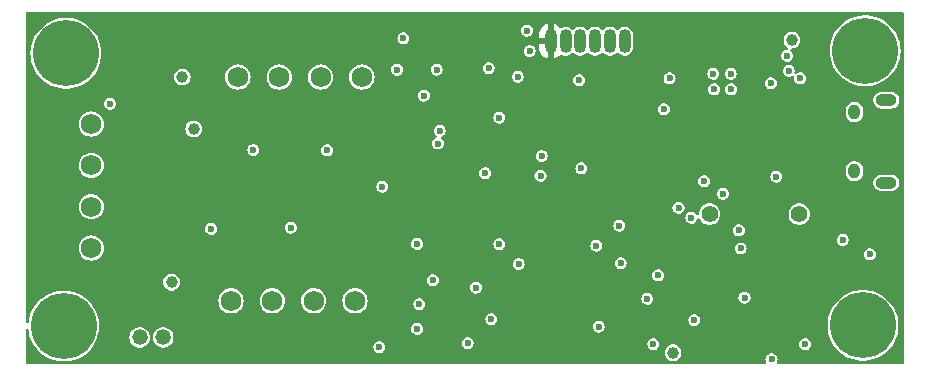
<source format=gbr>
%TF.GenerationSoftware,KiCad,Pcbnew,7.0.1*%
%TF.CreationDate,2023-06-15T13:01:31-07:00*%
%TF.ProjectId,Full-Flight-Computer,46756c6c-2d46-46c6-9967-68742d436f6d,1.0*%
%TF.SameCoordinates,Original*%
%TF.FileFunction,Copper,L3,Inr*%
%TF.FilePolarity,Positive*%
%FSLAX46Y46*%
G04 Gerber Fmt 4.6, Leading zero omitted, Abs format (unit mm)*
G04 Created by KiCad (PCBNEW 7.0.1) date 2023-06-15 13:01:31*
%MOMM*%
%LPD*%
G01*
G04 APERTURE LIST*
%TA.AperFunction,ComponentPad*%
%ADD10C,1.727200*%
%TD*%
%TA.AperFunction,ComponentPad*%
%ADD11C,5.588000*%
%TD*%
%TA.AperFunction,ComponentPad*%
%ADD12C,1.320800*%
%TD*%
%TA.AperFunction,ComponentPad*%
%ADD13C,1.408000*%
%TD*%
%TA.AperFunction,ComponentPad*%
%ADD14O,1.016000X1.300000*%
%TD*%
%TA.AperFunction,ComponentPad*%
%ADD15O,1.778000X1.016000*%
%TD*%
%TA.AperFunction,ComponentPad*%
%ADD16O,1.016000X2.032000*%
%TD*%
%TA.AperFunction,ViaPad*%
%ADD17C,0.600000*%
%TD*%
%TA.AperFunction,ViaPad*%
%ADD18C,1.000000*%
%TD*%
G04 APERTURE END LIST*
D10*
%TO.N,Net-(P5B-6)*%
%TO.C,P5*%
X121049402Y-96034201D03*
%TO.N,VIN_SW*%
X117549401Y-96034201D03*
%TO.N,Net-(P5A-6)*%
X114049401Y-96034201D03*
%TO.N,VIN_SW*%
X110549400Y-96034201D03*
%TD*%
D11*
%TO.N,Earth*%
%TO.C,H1*%
X164058600Y-98120200D03*
%TD*%
D12*
%TO.N,Earth*%
%TO.C,P2*%
X104809801Y-99129499D03*
%TO.N,Net-(P2-6)*%
X102809799Y-99129499D03*
%TD*%
D11*
%TO.N,Earth*%
%TO.C,H4*%
X96570800Y-75082400D03*
%TD*%
%TO.N,Earth*%
%TO.C,H3*%
X96393000Y-98171000D03*
%TD*%
D13*
%TO.N,VIN*%
%TO.C,BZ1*%
X151063800Y-88696800D03*
%TO.N,Net-(BZ1-+)*%
X158663800Y-88696800D03*
%TD*%
D10*
%TO.N,VIN*%
%TO.C,P3*%
X98729800Y-81066998D03*
%TO.N,VIN_SW*%
X98729800Y-84566999D03*
%TO.N,Earth*%
X98729800Y-88066999D03*
%TO.N,Net-(P3B-6)*%
X98729800Y-91567000D03*
%TD*%
D14*
%TO.N,Earth*%
%TO.C,P6*%
X163326500Y-85050000D03*
X163326500Y-80050000D03*
D15*
X166026500Y-86050000D03*
X166026500Y-79050000D03*
%TD*%
D11*
%TO.N,Earth*%
%TO.C,H2*%
X164236400Y-74853800D03*
%TD*%
D16*
%TO.N,3.3V*%
%TO.C,P1*%
X137621000Y-74066400D03*
%TO.N,SWDIO*%
X138871000Y-74066400D03*
%TO.N,SWCLK*%
X140121000Y-74066400D03*
%TO.N,SWO*%
X141371000Y-74066400D03*
%TO.N,NRST*%
X142621000Y-74066400D03*
%TO.N,Earth*%
X143871000Y-74066400D03*
%TD*%
D10*
%TO.N,VIN_SW*%
%TO.C,P4*%
X121630201Y-77089000D03*
%TO.N,Net-(P4A-6)*%
X118130200Y-77089000D03*
%TO.N,VIN_SW*%
X114630200Y-77089000D03*
%TO.N,Net-(P4B-6)*%
X111130199Y-77089000D03*
%TD*%
D17*
%TO.N,3.3V*%
X165125400Y-89408000D03*
%TO.N,Earth*%
X162330600Y-90880400D03*
%TO.N,VBAT_SENSE*%
X134899400Y-92913200D03*
X135610600Y-73152000D03*
%TO.N,Earth*%
X157632400Y-75285600D03*
X147675600Y-77190600D03*
X147193000Y-79806800D03*
%TO.N,3.3V*%
X145973800Y-79781400D03*
%TO.N,Earth*%
X152857200Y-76809600D03*
X151384000Y-76809600D03*
X152882600Y-78130400D03*
X151460200Y-78130400D03*
%TO.N,VIN*%
X156718000Y-85521800D03*
%TO.N,BEEP*%
X149529800Y-89001600D03*
X156311600Y-100990400D03*
%TO.N,Net-(BZ1-+)*%
X159167400Y-99709400D03*
%TO.N,3.3V*%
X153390600Y-94437200D03*
X162458400Y-92583000D03*
%TO.N,HG_ACC_SCL*%
X136855200Y-83769200D03*
%TO.N,HG_ACC_SDA*%
X136753600Y-85445600D03*
X153703400Y-91600400D03*
%TO.N,HG_ACC_SCL*%
X153543000Y-90068400D03*
%TO.N,Earth*%
X164642800Y-92100400D03*
X154025600Y-95758000D03*
D18*
%TO.N,3.3V*%
X151625300Y-95135700D03*
%TO.N,Earth*%
X147980400Y-100431600D03*
D17*
%TO.N,~{FLASH_HOLD}*%
X148437600Y-88163400D03*
X149783800Y-97663000D03*
%TO.N,~{FLASH_WP}*%
X143433800Y-89662000D03*
X146304000Y-99695000D03*
%TO.N,~{FLASH_SS}*%
X146710400Y-93878400D03*
X145796000Y-95859600D03*
%TO.N,3.3V*%
X136493900Y-97192400D03*
X132994400Y-100177600D03*
%TO.N,SDA*%
X132588000Y-97586800D03*
X141478000Y-91363800D03*
%TO.N,Earth*%
X130581400Y-99618800D03*
%TO.N,3.3V*%
X130200400Y-98475800D03*
%TO.N,Earth*%
X123113600Y-99948800D03*
%TO.N,IMU_INT2*%
X133273800Y-91236800D03*
X126318200Y-98403600D03*
%TO.N,3.3V*%
X129311400Y-95402400D03*
%TO.N,Earth*%
X127635000Y-94284800D03*
%TO.N,3.3V*%
X122885200Y-96316800D03*
%TO.N,Earth*%
X126492000Y-96316800D03*
X125145800Y-73812400D03*
%TO.N,BOOT*%
X135839200Y-74879200D03*
X134823200Y-77063600D03*
%TO.N,BP_SDA*%
X124612400Y-76454000D03*
X127965200Y-76454000D03*
%TO.N,SWO*%
X140030200Y-77343000D03*
%TO.N,Earth*%
X128219200Y-81635600D03*
%TO.N,3.3V*%
X125018800Y-80289400D03*
X130073400Y-77419200D03*
%TO.N,Earth*%
X126873000Y-78663800D03*
%TO.N,NRST*%
X140208000Y-84810600D03*
%TO.N,~{AUX2_CONT}*%
X100304600Y-79349600D03*
X128054600Y-82715600D03*
%TO.N,Earth*%
X123367800Y-86360000D03*
%TO.N,3.3V*%
X132156200Y-86182200D03*
X122453400Y-85598000D03*
%TO.N,Earth*%
X126314200Y-91211400D03*
%TO.N,3.3V*%
X121488200Y-92506800D03*
%TO.N,Earth*%
X133273800Y-80518000D03*
X132359400Y-76327000D03*
%TO.N,3.3V*%
X145440400Y-94792800D03*
%TO.N,Earth*%
X143535400Y-92837000D03*
X141681200Y-98221800D03*
%TO.N,3.3V*%
X133350000Y-92887800D03*
%TO.N,Earth*%
X131292600Y-94919800D03*
%TO.N,3.3V*%
X132384800Y-90195400D03*
X107772200Y-87401400D03*
X99669600Y-93040200D03*
D18*
%TO.N,VIN*%
X158038800Y-73964800D03*
D17*
%TO.N,Earth*%
X118694200Y-83286600D03*
X112445800Y-83261200D03*
D18*
%TO.N,3.3V*%
X102184200Y-78917800D03*
D17*
%TO.N,Earth*%
X115620800Y-89839800D03*
X108864400Y-89941400D03*
X132056000Y-85215600D03*
D18*
X107391200Y-81483200D03*
X106426000Y-77089000D03*
%TO.N,3.3V*%
X104470200Y-76733400D03*
%TO.N,VIN*%
X105511600Y-94462600D03*
D17*
%TO.N,TX_USB*%
X150596600Y-85902800D03*
X152196800Y-86969600D03*
%TO.N,/Peripherals/D+*%
X157759400Y-76555600D03*
%TO.N,Earth*%
X158724600Y-77190600D03*
%TO.N,/Peripherals/D+*%
X156260800Y-77597000D03*
%TD*%
%TA.AperFunction,Conductor*%
%TO.N,3.3V*%
G36*
X167452900Y-71617313D02*
G01*
X167498287Y-71662700D01*
X167514900Y-71724700D01*
X167514900Y-101247569D01*
X167498301Y-101309545D01*
X167452949Y-101354928D01*
X167390984Y-101371569D01*
X156881040Y-101378703D01*
X156821584Y-101363565D01*
X156776663Y-101321777D01*
X156757273Y-101263569D01*
X156768161Y-101203192D01*
X156799867Y-101133768D01*
X156820480Y-100990400D01*
X156799867Y-100847032D01*
X156739697Y-100715279D01*
X156739696Y-100715278D01*
X156739696Y-100715277D01*
X156644847Y-100605815D01*
X156644846Y-100605814D01*
X156522996Y-100527506D01*
X156522995Y-100527505D01*
X156522994Y-100527505D01*
X156384022Y-100486700D01*
X156384021Y-100486700D01*
X156239179Y-100486700D01*
X156239178Y-100486700D01*
X156100205Y-100527505D01*
X155978352Y-100605815D01*
X155883503Y-100715277D01*
X155823332Y-100847031D01*
X155802720Y-100990399D01*
X155823332Y-101133768D01*
X155855390Y-101203964D01*
X155866282Y-101264301D01*
X155846934Y-101322480D01*
X155802078Y-101364278D01*
X155742680Y-101379476D01*
X112532028Y-101408812D01*
X93289382Y-101421875D01*
X93227349Y-101405291D01*
X93181927Y-101359900D01*
X93165300Y-101297876D01*
X93165300Y-98546192D01*
X93180155Y-98487342D01*
X93221161Y-98442591D01*
X93278493Y-98422664D01*
X93338414Y-98432333D01*
X93386568Y-98469283D01*
X93411416Y-98524660D01*
X93471158Y-98863483D01*
X93484276Y-98907300D01*
X93571310Y-99198011D01*
X93695496Y-99485906D01*
X93709619Y-99518647D01*
X93884213Y-99821054D01*
X93938461Y-99893921D01*
X94092737Y-100101150D01*
X94332367Y-100355143D01*
X94599864Y-100579599D01*
X94599868Y-100579602D01*
X94599871Y-100579604D01*
X94891609Y-100771484D01*
X95150822Y-100901665D01*
X95203660Y-100928201D01*
X95531793Y-101047632D01*
X95871573Y-101128161D01*
X96218404Y-101168700D01*
X96567591Y-101168700D01*
X96567596Y-101168700D01*
X96914427Y-101128161D01*
X97254207Y-101047632D01*
X97582340Y-100928201D01*
X97894390Y-100771484D01*
X98186136Y-100579599D01*
X98453633Y-100355143D01*
X98693263Y-100101150D01*
X98901786Y-99821055D01*
X99076382Y-99518645D01*
X99214690Y-99198011D01*
X99235201Y-99129499D01*
X101940939Y-99129499D01*
X101943715Y-99155906D01*
X101959926Y-99310146D01*
X102016055Y-99482896D01*
X102106875Y-99640202D01*
X102228418Y-99775189D01*
X102375367Y-99881953D01*
X102541308Y-99955835D01*
X102718976Y-99993599D01*
X102718978Y-99993599D01*
X102900620Y-99993599D01*
X102900622Y-99993599D01*
X103078289Y-99955835D01*
X103078290Y-99955834D01*
X103078292Y-99955834D01*
X103244229Y-99881954D01*
X103391180Y-99775188D01*
X103512722Y-99640202D01*
X103603542Y-99482896D01*
X103659672Y-99310145D01*
X103678659Y-99129499D01*
X103940941Y-99129499D01*
X103943717Y-99155906D01*
X103959928Y-99310146D01*
X104016057Y-99482896D01*
X104106877Y-99640202D01*
X104228420Y-99775189D01*
X104375369Y-99881953D01*
X104541310Y-99955835D01*
X104718978Y-99993599D01*
X104718980Y-99993599D01*
X104900622Y-99993599D01*
X104900624Y-99993599D01*
X105078291Y-99955835D01*
X105078292Y-99955834D01*
X105078294Y-99955834D01*
X105094093Y-99948800D01*
X122604720Y-99948800D01*
X122625332Y-100092168D01*
X122685503Y-100223922D01*
X122755183Y-100304337D01*
X122780354Y-100333386D01*
X122902204Y-100411694D01*
X122969995Y-100431599D01*
X123041178Y-100452500D01*
X123041179Y-100452500D01*
X123186021Y-100452500D01*
X123186022Y-100452500D01*
X123257201Y-100431600D01*
X123257204Y-100431599D01*
X147271531Y-100431599D01*
X147292130Y-100601243D01*
X147352728Y-100761026D01*
X147352729Y-100761027D01*
X147449805Y-100901666D01*
X147577717Y-101014987D01*
X147729032Y-101094403D01*
X147894955Y-101135300D01*
X148065844Y-101135300D01*
X148065845Y-101135300D01*
X148231768Y-101094403D01*
X148383083Y-101014987D01*
X148510995Y-100901666D01*
X148608071Y-100761027D01*
X148668670Y-100601243D01*
X148689268Y-100431600D01*
X148668670Y-100261957D01*
X148608071Y-100102173D01*
X148510995Y-99961534D01*
X148383083Y-99848213D01*
X148231768Y-99768797D01*
X148065845Y-99727900D01*
X147894955Y-99727900D01*
X147729032Y-99768797D01*
X147729030Y-99768797D01*
X147729030Y-99768798D01*
X147577717Y-99848213D01*
X147449804Y-99961534D01*
X147352728Y-100102173D01*
X147292130Y-100261956D01*
X147271531Y-100431599D01*
X123257204Y-100431599D01*
X123324996Y-100411694D01*
X123446846Y-100333386D01*
X123541697Y-100223921D01*
X123601867Y-100092168D01*
X123622480Y-99948800D01*
X123601867Y-99805432D01*
X123588055Y-99775189D01*
X123541696Y-99673677D01*
X123494145Y-99618800D01*
X130072520Y-99618800D01*
X130093132Y-99762168D01*
X130153303Y-99893922D01*
X130248152Y-100003384D01*
X130248154Y-100003386D01*
X130370004Y-100081694D01*
X130436266Y-100101150D01*
X130508978Y-100122500D01*
X130508979Y-100122500D01*
X130653821Y-100122500D01*
X130653822Y-100122500D01*
X130700146Y-100108897D01*
X130792796Y-100081694D01*
X130914646Y-100003386D01*
X131009497Y-99893921D01*
X131069667Y-99762168D01*
X131079324Y-99695000D01*
X145795120Y-99695000D01*
X145815732Y-99838368D01*
X145875903Y-99970122D01*
X145945421Y-100050350D01*
X145970754Y-100079586D01*
X146092604Y-100157894D01*
X146141647Y-100172294D01*
X146231578Y-100198700D01*
X146231579Y-100198700D01*
X146376421Y-100198700D01*
X146376422Y-100198700D01*
X146422745Y-100185098D01*
X146515396Y-100157894D01*
X146637246Y-100079586D01*
X146732097Y-99970121D01*
X146792267Y-99838368D01*
X146810810Y-99709400D01*
X158658520Y-99709400D01*
X158679132Y-99852768D01*
X158739303Y-99984522D01*
X158834152Y-100093984D01*
X158834154Y-100093986D01*
X158956004Y-100172294D01*
X159025491Y-100192697D01*
X159094978Y-100213100D01*
X159094979Y-100213100D01*
X159239821Y-100213100D01*
X159239822Y-100213100D01*
X159288864Y-100198700D01*
X159378796Y-100172294D01*
X159500646Y-100093986D01*
X159595497Y-99984521D01*
X159655667Y-99852768D01*
X159676280Y-99709400D01*
X159655667Y-99566032D01*
X159654837Y-99564215D01*
X159595496Y-99434277D01*
X159500647Y-99324815D01*
X159500646Y-99324814D01*
X159378796Y-99246506D01*
X159378795Y-99246505D01*
X159378794Y-99246505D01*
X159239822Y-99205700D01*
X159239821Y-99205700D01*
X159094979Y-99205700D01*
X159094978Y-99205700D01*
X158956005Y-99246505D01*
X158834152Y-99324815D01*
X158739303Y-99434277D01*
X158679132Y-99566031D01*
X158658520Y-99709400D01*
X146810810Y-99709400D01*
X146812880Y-99695000D01*
X146792267Y-99551632D01*
X146777202Y-99518645D01*
X146732096Y-99419877D01*
X146637247Y-99310415D01*
X146637246Y-99310414D01*
X146515396Y-99232106D01*
X146515395Y-99232105D01*
X146515394Y-99232105D01*
X146376422Y-99191300D01*
X146376421Y-99191300D01*
X146231579Y-99191300D01*
X146231578Y-99191300D01*
X146092605Y-99232105D01*
X145970752Y-99310415D01*
X145875903Y-99419877D01*
X145815732Y-99551631D01*
X145795120Y-99695000D01*
X131079324Y-99695000D01*
X131090280Y-99618800D01*
X131069667Y-99475432D01*
X131066202Y-99467845D01*
X131009496Y-99343677D01*
X130914647Y-99234215D01*
X130914646Y-99234214D01*
X130792796Y-99155906D01*
X130792795Y-99155905D01*
X130792794Y-99155905D01*
X130653822Y-99115100D01*
X130653821Y-99115100D01*
X130508979Y-99115100D01*
X130508978Y-99115100D01*
X130370005Y-99155905D01*
X130248152Y-99234215D01*
X130153303Y-99343677D01*
X130093132Y-99475431D01*
X130072520Y-99618800D01*
X123494145Y-99618800D01*
X123446847Y-99564215D01*
X123446846Y-99564214D01*
X123324996Y-99485906D01*
X123324995Y-99485905D01*
X123324994Y-99485905D01*
X123186022Y-99445100D01*
X123186021Y-99445100D01*
X123041179Y-99445100D01*
X123041178Y-99445100D01*
X122902205Y-99485905D01*
X122780352Y-99564215D01*
X122685503Y-99673677D01*
X122625332Y-99805431D01*
X122604720Y-99948800D01*
X105094093Y-99948800D01*
X105244231Y-99881954D01*
X105391182Y-99775188D01*
X105512724Y-99640202D01*
X105603544Y-99482896D01*
X105659674Y-99310145D01*
X105678661Y-99129499D01*
X105659674Y-98948853D01*
X105615430Y-98812683D01*
X105603544Y-98776101D01*
X105512724Y-98618795D01*
X105391181Y-98483808D01*
X105280782Y-98403599D01*
X125809320Y-98403599D01*
X125829932Y-98546968D01*
X125890103Y-98678722D01*
X125974482Y-98776101D01*
X125984954Y-98788186D01*
X126106804Y-98866494D01*
X126176291Y-98886896D01*
X126245778Y-98907300D01*
X126245779Y-98907300D01*
X126390621Y-98907300D01*
X126390622Y-98907300D01*
X126436946Y-98893697D01*
X126529596Y-98866494D01*
X126651446Y-98788186D01*
X126746297Y-98678721D01*
X126806467Y-98546968D01*
X126827080Y-98403600D01*
X126806467Y-98260232D01*
X126788915Y-98221799D01*
X141172320Y-98221799D01*
X141192932Y-98365168D01*
X141253103Y-98496922D01*
X141347952Y-98606384D01*
X141347954Y-98606386D01*
X141469804Y-98684694D01*
X141539291Y-98705096D01*
X141608778Y-98725500D01*
X141608779Y-98725500D01*
X141753621Y-98725500D01*
X141753622Y-98725500D01*
X141799946Y-98711897D01*
X141892596Y-98684694D01*
X142014446Y-98606386D01*
X142109297Y-98496921D01*
X142169467Y-98365168D01*
X142190080Y-98221800D01*
X142169467Y-98078432D01*
X142109297Y-97946679D01*
X142109296Y-97946678D01*
X142109296Y-97946677D01*
X142014447Y-97837215D01*
X142014446Y-97837214D01*
X141892596Y-97758906D01*
X141892595Y-97758905D01*
X141892594Y-97758905D01*
X141753622Y-97718100D01*
X141753621Y-97718100D01*
X141608779Y-97718100D01*
X141608778Y-97718100D01*
X141469805Y-97758905D01*
X141347952Y-97837215D01*
X141253103Y-97946677D01*
X141192932Y-98078431D01*
X141172320Y-98221799D01*
X126788915Y-98221799D01*
X126746297Y-98128479D01*
X126746296Y-98128478D01*
X126746296Y-98128477D01*
X126651447Y-98019015D01*
X126651446Y-98019014D01*
X126529596Y-97940706D01*
X126529595Y-97940705D01*
X126529594Y-97940705D01*
X126390622Y-97899900D01*
X126390621Y-97899900D01*
X126245779Y-97899900D01*
X126245778Y-97899900D01*
X126106805Y-97940705D01*
X125984952Y-98019015D01*
X125890103Y-98128477D01*
X125829932Y-98260231D01*
X125809320Y-98403599D01*
X105280782Y-98403599D01*
X105244232Y-98377044D01*
X105078291Y-98303162D01*
X104900624Y-98265399D01*
X104900622Y-98265399D01*
X104718980Y-98265399D01*
X104718978Y-98265399D01*
X104541310Y-98303162D01*
X104375369Y-98377044D01*
X104228420Y-98483808D01*
X104106877Y-98618795D01*
X104016057Y-98776101D01*
X103959928Y-98948851D01*
X103959927Y-98948853D01*
X103959928Y-98948853D01*
X103940941Y-99129499D01*
X103678659Y-99129499D01*
X103659672Y-98948853D01*
X103615428Y-98812683D01*
X103603542Y-98776101D01*
X103512722Y-98618795D01*
X103391179Y-98483808D01*
X103244230Y-98377044D01*
X103078289Y-98303162D01*
X102900622Y-98265399D01*
X102900620Y-98265399D01*
X102718978Y-98265399D01*
X102718976Y-98265399D01*
X102541308Y-98303162D01*
X102375367Y-98377044D01*
X102228418Y-98483808D01*
X102106875Y-98618795D01*
X102016055Y-98776101D01*
X101959926Y-98948851D01*
X101959925Y-98948853D01*
X101959926Y-98948853D01*
X101940939Y-99129499D01*
X99235201Y-99129499D01*
X99314840Y-98863489D01*
X99375476Y-98519601D01*
X99395780Y-98171000D01*
X99375476Y-97822399D01*
X99333934Y-97586800D01*
X132079120Y-97586800D01*
X132099732Y-97730168D01*
X132159903Y-97861922D01*
X132233345Y-97946679D01*
X132254754Y-97971386D01*
X132376604Y-98049694D01*
X132446091Y-98070097D01*
X132515578Y-98090500D01*
X132515579Y-98090500D01*
X132660421Y-98090500D01*
X132660422Y-98090500D01*
X132706746Y-98076897D01*
X132799396Y-98049694D01*
X132921246Y-97971386D01*
X133016097Y-97861921D01*
X133076267Y-97730168D01*
X133085924Y-97663000D01*
X149274920Y-97663000D01*
X149295532Y-97806368D01*
X149355703Y-97938122D01*
X149425796Y-98019014D01*
X149450554Y-98047586D01*
X149572404Y-98125894D01*
X149641891Y-98146296D01*
X149711378Y-98166700D01*
X149711379Y-98166700D01*
X149856221Y-98166700D01*
X149856222Y-98166700D01*
X149902546Y-98153097D01*
X149995196Y-98125894D01*
X150004056Y-98120200D01*
X161055819Y-98120200D01*
X161076124Y-98468801D01*
X161136758Y-98812683D01*
X161136760Y-98812689D01*
X161236910Y-99147211D01*
X161360738Y-99434277D01*
X161375219Y-99467847D01*
X161549813Y-99770254D01*
X161611243Y-99852768D01*
X161758337Y-100050350D01*
X161997967Y-100304343D01*
X162265464Y-100528799D01*
X162265468Y-100528802D01*
X162265471Y-100528804D01*
X162557209Y-100720684D01*
X162658361Y-100771484D01*
X162869260Y-100877401D01*
X163197393Y-100996832D01*
X163537173Y-101077361D01*
X163884004Y-101117900D01*
X164233191Y-101117900D01*
X164233196Y-101117900D01*
X164580027Y-101077361D01*
X164919807Y-100996832D01*
X165247940Y-100877401D01*
X165559990Y-100720684D01*
X165851736Y-100528799D01*
X166119233Y-100304343D01*
X166358863Y-100050350D01*
X166567386Y-99770255D01*
X166741982Y-99467845D01*
X166880290Y-99147211D01*
X166980440Y-98812689D01*
X167041076Y-98468801D01*
X167061380Y-98120200D01*
X167041076Y-97771599D01*
X166980440Y-97427711D01*
X166880290Y-97093189D01*
X166741982Y-96772555D01*
X166567386Y-96470145D01*
X166358863Y-96190050D01*
X166119233Y-95936057D01*
X165851736Y-95711601D01*
X165851732Y-95711598D01*
X165851728Y-95711595D01*
X165559990Y-95519715D01*
X165247945Y-95363001D01*
X165228435Y-95355900D01*
X164919807Y-95243568D01*
X164714553Y-95194922D01*
X164580028Y-95163039D01*
X164522221Y-95156282D01*
X164233196Y-95122500D01*
X163884004Y-95122500D01*
X163636267Y-95151456D01*
X163537171Y-95163039D01*
X163197392Y-95243568D01*
X162869254Y-95363001D01*
X162557209Y-95519715D01*
X162265471Y-95711595D01*
X162265463Y-95711601D01*
X162265464Y-95711601D01*
X161997967Y-95936057D01*
X161997963Y-95936060D01*
X161997962Y-95936062D01*
X161758338Y-96190048D01*
X161549813Y-96470145D01*
X161375219Y-96772552D01*
X161353306Y-96823352D01*
X161236910Y-97093189D01*
X161204901Y-97200106D01*
X161136758Y-97427716D01*
X161076124Y-97771598D01*
X161055819Y-98120200D01*
X150004056Y-98120200D01*
X150117046Y-98047586D01*
X150211897Y-97938121D01*
X150272067Y-97806368D01*
X150292680Y-97663000D01*
X150272067Y-97519632D01*
X150237267Y-97443432D01*
X150211896Y-97387877D01*
X150117047Y-97278415D01*
X150117046Y-97278414D01*
X149995196Y-97200106D01*
X149995195Y-97200105D01*
X149995194Y-97200105D01*
X149856222Y-97159300D01*
X149856221Y-97159300D01*
X149711379Y-97159300D01*
X149711378Y-97159300D01*
X149572405Y-97200105D01*
X149450552Y-97278415D01*
X149355703Y-97387877D01*
X149295532Y-97519631D01*
X149274920Y-97663000D01*
X133085924Y-97663000D01*
X133096880Y-97586800D01*
X133076267Y-97443432D01*
X133069087Y-97427711D01*
X133016096Y-97311677D01*
X132921247Y-97202215D01*
X132921246Y-97202214D01*
X132799396Y-97123906D01*
X132799395Y-97123905D01*
X132799394Y-97123905D01*
X132660422Y-97083100D01*
X132660421Y-97083100D01*
X132515579Y-97083100D01*
X132515578Y-97083100D01*
X132376605Y-97123905D01*
X132254752Y-97202215D01*
X132159903Y-97311677D01*
X132099732Y-97443431D01*
X132079120Y-97586800D01*
X99333934Y-97586800D01*
X99314840Y-97478511D01*
X99214690Y-97143989D01*
X99076382Y-96823355D01*
X98901786Y-96520945D01*
X98693263Y-96240850D01*
X98498299Y-96034200D01*
X109476936Y-96034200D01*
X109497542Y-96243426D01*
X109519800Y-96316800D01*
X109558572Y-96444615D01*
X109657679Y-96630030D01*
X109709793Y-96693531D01*
X109791052Y-96792548D01*
X109872312Y-96859235D01*
X109953571Y-96925922D01*
X110138986Y-97025029D01*
X110340173Y-97086058D01*
X110549400Y-97106665D01*
X110758627Y-97086058D01*
X110959814Y-97025029D01*
X111145229Y-96925922D01*
X111307747Y-96792548D01*
X111441121Y-96630030D01*
X111540228Y-96444615D01*
X111601257Y-96243428D01*
X111621864Y-96034201D01*
X111621864Y-96034200D01*
X112976937Y-96034200D01*
X112997543Y-96243426D01*
X113019801Y-96316800D01*
X113058573Y-96444615D01*
X113157680Y-96630030D01*
X113209794Y-96693531D01*
X113291053Y-96792548D01*
X113372313Y-96859235D01*
X113453572Y-96925922D01*
X113638987Y-97025029D01*
X113840174Y-97086058D01*
X114049401Y-97106665D01*
X114258628Y-97086058D01*
X114459815Y-97025029D01*
X114645230Y-96925922D01*
X114807748Y-96792548D01*
X114941122Y-96630030D01*
X115040229Y-96444615D01*
X115101258Y-96243428D01*
X115121865Y-96034201D01*
X115121865Y-96034200D01*
X116476937Y-96034200D01*
X116497543Y-96243426D01*
X116519801Y-96316800D01*
X116558573Y-96444615D01*
X116657680Y-96630030D01*
X116709794Y-96693531D01*
X116791053Y-96792548D01*
X116872313Y-96859235D01*
X116953572Y-96925922D01*
X117138987Y-97025029D01*
X117340174Y-97086058D01*
X117549401Y-97106665D01*
X117758628Y-97086058D01*
X117959815Y-97025029D01*
X118145230Y-96925922D01*
X118307748Y-96792548D01*
X118441122Y-96630030D01*
X118540229Y-96444615D01*
X118601258Y-96243428D01*
X118621865Y-96034201D01*
X118621865Y-96034200D01*
X119976938Y-96034200D01*
X119997544Y-96243426D01*
X120019802Y-96316800D01*
X120058574Y-96444615D01*
X120157681Y-96630030D01*
X120209795Y-96693531D01*
X120291054Y-96792548D01*
X120372314Y-96859235D01*
X120453573Y-96925922D01*
X120638988Y-97025029D01*
X120840175Y-97086058D01*
X121049402Y-97106665D01*
X121258629Y-97086058D01*
X121459816Y-97025029D01*
X121645231Y-96925922D01*
X121807749Y-96792548D01*
X121941123Y-96630030D01*
X122040230Y-96444615D01*
X122079002Y-96316800D01*
X125983120Y-96316800D01*
X126003732Y-96460168D01*
X126063903Y-96591922D01*
X126096924Y-96630030D01*
X126158754Y-96701386D01*
X126280604Y-96779694D01*
X126350091Y-96800097D01*
X126419578Y-96820500D01*
X126419579Y-96820500D01*
X126564421Y-96820500D01*
X126564422Y-96820500D01*
X126610746Y-96806897D01*
X126703396Y-96779694D01*
X126825246Y-96701386D01*
X126920097Y-96591921D01*
X126980267Y-96460168D01*
X127000880Y-96316800D01*
X126980267Y-96173432D01*
X126920097Y-96041679D01*
X126920096Y-96041678D01*
X126920096Y-96041677D01*
X126825247Y-95932215D01*
X126825246Y-95932214D01*
X126712255Y-95859599D01*
X145287120Y-95859599D01*
X145307732Y-96002968D01*
X145367903Y-96134722D01*
X145459863Y-96240850D01*
X145462754Y-96244186D01*
X145584604Y-96322494D01*
X145654091Y-96342896D01*
X145723578Y-96363300D01*
X145723579Y-96363300D01*
X145868421Y-96363300D01*
X145868422Y-96363300D01*
X145914745Y-96349698D01*
X146007396Y-96322494D01*
X146129246Y-96244186D01*
X146224097Y-96134721D01*
X146284267Y-96002968D01*
X146304880Y-95859600D01*
X146290272Y-95757999D01*
X153516720Y-95757999D01*
X153537332Y-95901368D01*
X153597503Y-96033122D01*
X153604918Y-96041679D01*
X153692354Y-96142586D01*
X153814204Y-96220894D01*
X153882162Y-96240848D01*
X153953178Y-96261700D01*
X153953179Y-96261700D01*
X154098021Y-96261700D01*
X154098022Y-96261700D01*
X154160251Y-96243428D01*
X154236996Y-96220894D01*
X154358846Y-96142586D01*
X154453697Y-96033121D01*
X154513867Y-95901368D01*
X154534480Y-95758000D01*
X154513867Y-95614632D01*
X154500096Y-95584479D01*
X154453696Y-95482877D01*
X154358847Y-95373415D01*
X154358846Y-95373414D01*
X154236996Y-95295106D01*
X154236995Y-95295105D01*
X154236994Y-95295105D01*
X154098022Y-95254300D01*
X154098021Y-95254300D01*
X153953179Y-95254300D01*
X153953178Y-95254300D01*
X153814205Y-95295105D01*
X153692352Y-95373415D01*
X153597503Y-95482877D01*
X153537332Y-95614631D01*
X153516720Y-95757999D01*
X146290272Y-95757999D01*
X146284267Y-95716232D01*
X146282152Y-95711601D01*
X146224096Y-95584477D01*
X146129247Y-95475015D01*
X146129246Y-95475014D01*
X146007396Y-95396706D01*
X146007395Y-95396705D01*
X146007394Y-95396705D01*
X145868422Y-95355900D01*
X145868421Y-95355900D01*
X145723579Y-95355900D01*
X145723578Y-95355900D01*
X145584605Y-95396705D01*
X145462752Y-95475015D01*
X145367903Y-95584477D01*
X145307732Y-95716231D01*
X145287120Y-95859599D01*
X126712255Y-95859599D01*
X126703396Y-95853906D01*
X126703395Y-95853905D01*
X126703394Y-95853905D01*
X126564422Y-95813100D01*
X126564421Y-95813100D01*
X126419579Y-95813100D01*
X126419578Y-95813100D01*
X126280605Y-95853905D01*
X126158752Y-95932215D01*
X126063903Y-96041677D01*
X126003732Y-96173431D01*
X125983120Y-96316800D01*
X122079002Y-96316800D01*
X122101259Y-96243428D01*
X122121866Y-96034201D01*
X122101259Y-95824974D01*
X122040230Y-95623787D01*
X121941123Y-95438372D01*
X121873441Y-95355900D01*
X121807749Y-95275853D01*
X121708732Y-95194593D01*
X121645231Y-95142480D01*
X121496850Y-95063168D01*
X121459818Y-95043374D01*
X121459817Y-95043373D01*
X121459816Y-95043373D01*
X121359222Y-95012858D01*
X121258627Y-94982343D01*
X121072259Y-94963988D01*
X121049402Y-94961737D01*
X121049401Y-94961737D01*
X120840176Y-94982343D01*
X120638985Y-95043374D01*
X120453574Y-95142479D01*
X120291054Y-95275853D01*
X120157680Y-95438373D01*
X120058575Y-95623784D01*
X119997544Y-95824975D01*
X119976938Y-96034200D01*
X118621865Y-96034200D01*
X118601258Y-95824974D01*
X118540229Y-95623787D01*
X118441122Y-95438372D01*
X118373440Y-95355900D01*
X118307748Y-95275853D01*
X118208731Y-95194593D01*
X118145230Y-95142480D01*
X117996849Y-95063168D01*
X117959817Y-95043374D01*
X117959816Y-95043373D01*
X117959815Y-95043373D01*
X117859221Y-95012858D01*
X117758626Y-94982343D01*
X117572258Y-94963988D01*
X117549401Y-94961737D01*
X117549400Y-94961737D01*
X117340175Y-94982343D01*
X117138984Y-95043374D01*
X116953573Y-95142479D01*
X116791053Y-95275853D01*
X116657679Y-95438373D01*
X116558574Y-95623784D01*
X116497543Y-95824975D01*
X116476937Y-96034200D01*
X115121865Y-96034200D01*
X115101258Y-95824974D01*
X115040229Y-95623787D01*
X114941122Y-95438372D01*
X114873440Y-95355900D01*
X114807748Y-95275853D01*
X114708731Y-95194593D01*
X114645230Y-95142480D01*
X114496849Y-95063168D01*
X114459817Y-95043374D01*
X114459816Y-95043373D01*
X114459815Y-95043373D01*
X114359221Y-95012858D01*
X114258626Y-94982343D01*
X114072258Y-94963988D01*
X114049401Y-94961737D01*
X114049400Y-94961737D01*
X113840175Y-94982343D01*
X113638984Y-95043374D01*
X113453573Y-95142479D01*
X113291053Y-95275853D01*
X113157679Y-95438373D01*
X113058574Y-95623784D01*
X112997543Y-95824975D01*
X112976937Y-96034200D01*
X111621864Y-96034200D01*
X111601257Y-95824974D01*
X111540228Y-95623787D01*
X111441121Y-95438372D01*
X111373439Y-95355900D01*
X111307747Y-95275853D01*
X111208730Y-95194593D01*
X111145229Y-95142480D01*
X110996848Y-95063168D01*
X110959816Y-95043374D01*
X110959815Y-95043373D01*
X110959814Y-95043373D01*
X110859220Y-95012858D01*
X110758625Y-94982343D01*
X110572257Y-94963988D01*
X110549400Y-94961737D01*
X110549399Y-94961737D01*
X110340174Y-94982343D01*
X110138983Y-95043374D01*
X109953572Y-95142479D01*
X109791052Y-95275853D01*
X109657678Y-95438373D01*
X109558573Y-95623784D01*
X109497542Y-95824975D01*
X109476936Y-96034200D01*
X98498299Y-96034200D01*
X98453633Y-95986857D01*
X98186136Y-95762401D01*
X98186132Y-95762398D01*
X98186128Y-95762395D01*
X97894390Y-95570515D01*
X97582345Y-95413801D01*
X97535377Y-95396706D01*
X97254207Y-95294368D01*
X97176086Y-95275853D01*
X96914428Y-95213839D01*
X96856621Y-95207082D01*
X96567596Y-95173300D01*
X96218404Y-95173300D01*
X95970667Y-95202256D01*
X95871571Y-95213839D01*
X95531792Y-95294368D01*
X95203654Y-95413801D01*
X94891609Y-95570515D01*
X94599871Y-95762395D01*
X94599863Y-95762401D01*
X94599864Y-95762401D01*
X94332367Y-95986857D01*
X94332363Y-95986860D01*
X94332362Y-95986862D01*
X94092738Y-96240848D01*
X93884213Y-96520945D01*
X93709619Y-96823352D01*
X93709618Y-96823355D01*
X93571310Y-97143989D01*
X93531066Y-97278414D01*
X93471158Y-97478516D01*
X93411416Y-97817340D01*
X93386568Y-97872717D01*
X93338414Y-97909667D01*
X93278493Y-97919336D01*
X93221161Y-97899409D01*
X93180155Y-97854658D01*
X93165300Y-97795808D01*
X93165300Y-94462600D01*
X104802731Y-94462600D01*
X104823330Y-94632243D01*
X104883928Y-94792026D01*
X104883929Y-94792027D01*
X104981005Y-94932666D01*
X105108917Y-95045987D01*
X105260232Y-95125403D01*
X105426155Y-95166300D01*
X105597044Y-95166300D01*
X105597045Y-95166300D01*
X105762968Y-95125403D01*
X105914283Y-95045987D01*
X106042195Y-94932666D01*
X106051076Y-94919800D01*
X130783720Y-94919800D01*
X130804332Y-95063168D01*
X130864503Y-95194922D01*
X130934630Y-95275853D01*
X130959354Y-95304386D01*
X131081204Y-95382694D01*
X131150691Y-95403096D01*
X131220178Y-95423500D01*
X131220179Y-95423500D01*
X131365021Y-95423500D01*
X131365022Y-95423500D01*
X131411345Y-95409898D01*
X131503996Y-95382694D01*
X131625846Y-95304386D01*
X131720697Y-95194921D01*
X131780867Y-95063168D01*
X131801480Y-94919800D01*
X131780867Y-94776432D01*
X131720697Y-94644679D01*
X131720696Y-94644678D01*
X131720696Y-94644677D01*
X131625847Y-94535215D01*
X131625846Y-94535214D01*
X131503996Y-94456906D01*
X131503995Y-94456905D01*
X131503994Y-94456905D01*
X131365022Y-94416100D01*
X131365021Y-94416100D01*
X131220179Y-94416100D01*
X131220178Y-94416100D01*
X131081205Y-94456905D01*
X130959352Y-94535215D01*
X130864503Y-94644677D01*
X130804332Y-94776431D01*
X130783720Y-94919800D01*
X106051076Y-94919800D01*
X106139271Y-94792027D01*
X106199870Y-94632243D01*
X106220468Y-94462600D01*
X106199870Y-94292957D01*
X106196776Y-94284800D01*
X127126120Y-94284800D01*
X127146732Y-94428168D01*
X127206903Y-94559922D01*
X127280345Y-94644679D01*
X127301754Y-94669386D01*
X127423604Y-94747694D01*
X127493091Y-94768096D01*
X127562578Y-94788500D01*
X127562579Y-94788500D01*
X127707421Y-94788500D01*
X127707422Y-94788500D01*
X127753746Y-94774897D01*
X127846396Y-94747694D01*
X127968246Y-94669386D01*
X128063097Y-94559921D01*
X128123267Y-94428168D01*
X128143880Y-94284800D01*
X128123267Y-94141432D01*
X128119495Y-94133173D01*
X128063096Y-94009677D01*
X127968247Y-93900215D01*
X127968246Y-93900214D01*
X127934303Y-93878400D01*
X146201520Y-93878400D01*
X146222132Y-94021768D01*
X146282303Y-94153522D01*
X146377152Y-94262984D01*
X146377154Y-94262986D01*
X146499004Y-94341294D01*
X146568491Y-94361696D01*
X146637978Y-94382100D01*
X146637979Y-94382100D01*
X146782821Y-94382100D01*
X146782822Y-94382100D01*
X146829146Y-94368497D01*
X146921796Y-94341294D01*
X147043646Y-94262986D01*
X147138497Y-94153521D01*
X147198667Y-94021768D01*
X147219280Y-93878400D01*
X147198667Y-93735032D01*
X147138497Y-93603279D01*
X147138496Y-93603278D01*
X147138496Y-93603277D01*
X147043647Y-93493815D01*
X147043646Y-93493814D01*
X146921796Y-93415506D01*
X146921795Y-93415505D01*
X146921794Y-93415505D01*
X146782822Y-93374700D01*
X146782821Y-93374700D01*
X146637979Y-93374700D01*
X146637978Y-93374700D01*
X146499005Y-93415505D01*
X146377152Y-93493815D01*
X146282303Y-93603277D01*
X146222132Y-93735031D01*
X146201520Y-93878400D01*
X127934303Y-93878400D01*
X127846396Y-93821906D01*
X127846395Y-93821905D01*
X127846394Y-93821905D01*
X127707422Y-93781100D01*
X127707421Y-93781100D01*
X127562579Y-93781100D01*
X127562578Y-93781100D01*
X127423605Y-93821905D01*
X127301752Y-93900215D01*
X127206903Y-94009677D01*
X127146732Y-94141431D01*
X127126120Y-94284800D01*
X106196776Y-94284800D01*
X106139271Y-94133173D01*
X106042195Y-93992534D01*
X105914283Y-93879213D01*
X105762968Y-93799797D01*
X105597045Y-93758900D01*
X105426155Y-93758900D01*
X105260232Y-93799797D01*
X105260230Y-93799797D01*
X105260230Y-93799798D01*
X105108917Y-93879213D01*
X104981004Y-93992534D01*
X104883928Y-94133173D01*
X104823330Y-94292956D01*
X104802731Y-94462600D01*
X93165300Y-94462600D01*
X93165300Y-92913199D01*
X134390520Y-92913199D01*
X134411132Y-93056568D01*
X134471303Y-93188322D01*
X134566152Y-93297784D01*
X134566154Y-93297786D01*
X134688004Y-93376094D01*
X134757491Y-93396496D01*
X134826978Y-93416900D01*
X134826979Y-93416900D01*
X134971821Y-93416900D01*
X134971822Y-93416900D01*
X135018145Y-93403298D01*
X135110796Y-93376094D01*
X135232646Y-93297786D01*
X135327497Y-93188321D01*
X135387667Y-93056568D01*
X135408280Y-92913200D01*
X135397324Y-92836999D01*
X143026520Y-92836999D01*
X143047132Y-92980368D01*
X143107303Y-93112122D01*
X143202152Y-93221584D01*
X143202154Y-93221586D01*
X143324004Y-93299894D01*
X143393491Y-93320297D01*
X143462978Y-93340700D01*
X143462979Y-93340700D01*
X143607821Y-93340700D01*
X143607822Y-93340700D01*
X143654145Y-93327098D01*
X143746796Y-93299894D01*
X143868646Y-93221586D01*
X143963497Y-93112121D01*
X144023667Y-92980368D01*
X144044280Y-92837000D01*
X144023667Y-92693632D01*
X143963497Y-92561879D01*
X143963496Y-92561878D01*
X143963496Y-92561877D01*
X143868647Y-92452415D01*
X143868646Y-92452414D01*
X143746796Y-92374106D01*
X143746795Y-92374105D01*
X143746794Y-92374105D01*
X143607822Y-92333300D01*
X143607821Y-92333300D01*
X143462979Y-92333300D01*
X143462978Y-92333300D01*
X143324005Y-92374105D01*
X143202152Y-92452415D01*
X143107303Y-92561877D01*
X143047132Y-92693631D01*
X143026520Y-92836999D01*
X135397324Y-92836999D01*
X135387667Y-92769832D01*
X135352867Y-92693632D01*
X135337089Y-92659083D01*
X135327497Y-92638079D01*
X135327496Y-92638078D01*
X135327496Y-92638077D01*
X135232647Y-92528615D01*
X135232646Y-92528614D01*
X135110796Y-92450306D01*
X135110795Y-92450305D01*
X135110794Y-92450305D01*
X134971822Y-92409500D01*
X134971821Y-92409500D01*
X134826979Y-92409500D01*
X134826978Y-92409500D01*
X134688005Y-92450305D01*
X134566152Y-92528615D01*
X134471303Y-92638077D01*
X134411132Y-92769831D01*
X134390520Y-92913199D01*
X93165300Y-92913199D01*
X93165300Y-91566999D01*
X97657336Y-91566999D01*
X97677942Y-91776225D01*
X97693252Y-91826694D01*
X97738972Y-91977414D01*
X97838079Y-92162829D01*
X97890193Y-92226330D01*
X97971452Y-92325347D01*
X98032592Y-92375522D01*
X98133971Y-92458721D01*
X98319386Y-92557828D01*
X98520573Y-92618857D01*
X98729800Y-92639464D01*
X98939027Y-92618857D01*
X99140214Y-92557828D01*
X99325629Y-92458721D01*
X99488147Y-92325347D01*
X99621521Y-92162829D01*
X99720628Y-91977414D01*
X99781657Y-91776227D01*
X99802264Y-91567000D01*
X99781657Y-91357773D01*
X99737256Y-91211400D01*
X125805320Y-91211400D01*
X125825932Y-91354768D01*
X125886103Y-91486522D01*
X125980952Y-91595984D01*
X125980954Y-91595986D01*
X126102804Y-91674294D01*
X126172291Y-91694696D01*
X126241778Y-91715100D01*
X126241779Y-91715100D01*
X126386621Y-91715100D01*
X126386622Y-91715100D01*
X126439090Y-91699694D01*
X126525596Y-91674294D01*
X126647446Y-91595986D01*
X126742297Y-91486521D01*
X126802467Y-91354768D01*
X126819428Y-91236800D01*
X132764920Y-91236800D01*
X132785532Y-91380168D01*
X132845703Y-91511922D01*
X132940552Y-91621384D01*
X132940554Y-91621386D01*
X133062404Y-91699694D01*
X133114873Y-91715100D01*
X133201378Y-91740500D01*
X133201379Y-91740500D01*
X133346221Y-91740500D01*
X133346222Y-91740500D01*
X133392546Y-91726897D01*
X133485196Y-91699694D01*
X133607046Y-91621386D01*
X133701897Y-91511921D01*
X133762067Y-91380168D01*
X133764420Y-91363800D01*
X140969120Y-91363800D01*
X140989732Y-91507168D01*
X141049903Y-91638922D01*
X141144752Y-91748384D01*
X141144754Y-91748386D01*
X141266604Y-91826694D01*
X141336091Y-91847097D01*
X141405578Y-91867500D01*
X141405579Y-91867500D01*
X141550421Y-91867500D01*
X141550422Y-91867500D01*
X141596745Y-91853898D01*
X141689396Y-91826694D01*
X141811246Y-91748386D01*
X141906097Y-91638921D01*
X141923689Y-91600400D01*
X153194520Y-91600400D01*
X153215132Y-91743768D01*
X153275303Y-91875522D01*
X153370152Y-91984984D01*
X153370154Y-91984986D01*
X153492004Y-92063294D01*
X153561491Y-92083696D01*
X153630978Y-92104100D01*
X153630979Y-92104100D01*
X153775821Y-92104100D01*
X153775822Y-92104100D01*
X153788423Y-92100400D01*
X164133920Y-92100400D01*
X164154532Y-92243768D01*
X164214703Y-92375522D01*
X164281330Y-92452414D01*
X164309554Y-92484986D01*
X164431404Y-92563294D01*
X164500891Y-92583697D01*
X164570378Y-92604100D01*
X164570379Y-92604100D01*
X164715221Y-92604100D01*
X164715222Y-92604100D01*
X164761545Y-92590498D01*
X164854196Y-92563294D01*
X164976046Y-92484986D01*
X165070897Y-92375521D01*
X165131067Y-92243768D01*
X165151680Y-92100400D01*
X165131067Y-91957032D01*
X165070897Y-91825279D01*
X165070896Y-91825278D01*
X165070896Y-91825277D01*
X164976047Y-91715815D01*
X164976046Y-91715814D01*
X164854196Y-91637506D01*
X164854195Y-91637505D01*
X164854194Y-91637505D01*
X164715222Y-91596700D01*
X164715221Y-91596700D01*
X164570379Y-91596700D01*
X164570378Y-91596700D01*
X164431405Y-91637505D01*
X164309552Y-91715815D01*
X164214703Y-91825277D01*
X164154532Y-91957031D01*
X164133920Y-92100400D01*
X153788423Y-92100400D01*
X153822145Y-92090498D01*
X153914796Y-92063294D01*
X154036646Y-91984986D01*
X154131497Y-91875521D01*
X154191667Y-91743768D01*
X154212280Y-91600400D01*
X154191667Y-91457032D01*
X154131497Y-91325279D01*
X154131496Y-91325278D01*
X154131496Y-91325277D01*
X154036647Y-91215815D01*
X154036646Y-91215814D01*
X153914796Y-91137506D01*
X153914795Y-91137505D01*
X153914794Y-91137505D01*
X153775822Y-91096700D01*
X153775821Y-91096700D01*
X153630979Y-91096700D01*
X153630978Y-91096700D01*
X153492005Y-91137505D01*
X153370152Y-91215815D01*
X153275303Y-91325277D01*
X153215132Y-91457031D01*
X153194520Y-91600400D01*
X141923689Y-91600400D01*
X141966267Y-91507168D01*
X141986880Y-91363800D01*
X141966267Y-91220432D01*
X141964158Y-91215815D01*
X141906096Y-91088677D01*
X141811247Y-90979215D01*
X141811246Y-90979214D01*
X141689396Y-90900906D01*
X141689395Y-90900905D01*
X141689394Y-90900905D01*
X141619559Y-90880400D01*
X161821720Y-90880400D01*
X161842332Y-91023768D01*
X161902503Y-91155522D01*
X161958747Y-91220431D01*
X161997354Y-91264986D01*
X162119204Y-91343294D01*
X162188691Y-91363696D01*
X162258178Y-91384100D01*
X162258179Y-91384100D01*
X162403021Y-91384100D01*
X162403022Y-91384100D01*
X162449346Y-91370497D01*
X162541996Y-91343294D01*
X162663846Y-91264986D01*
X162758697Y-91155521D01*
X162818867Y-91023768D01*
X162839480Y-90880400D01*
X162818867Y-90737032D01*
X162817071Y-90733100D01*
X162758696Y-90605277D01*
X162663847Y-90495815D01*
X162663846Y-90495814D01*
X162541996Y-90417506D01*
X162541995Y-90417505D01*
X162541994Y-90417505D01*
X162403022Y-90376700D01*
X162403021Y-90376700D01*
X162258179Y-90376700D01*
X162258178Y-90376700D01*
X162119205Y-90417505D01*
X161997352Y-90495815D01*
X161902503Y-90605277D01*
X161842332Y-90737031D01*
X161821720Y-90880400D01*
X141619559Y-90880400D01*
X141550422Y-90860100D01*
X141550421Y-90860100D01*
X141405579Y-90860100D01*
X141405578Y-90860100D01*
X141266605Y-90900905D01*
X141144752Y-90979215D01*
X141049903Y-91088677D01*
X140989732Y-91220431D01*
X140969120Y-91363800D01*
X133764420Y-91363800D01*
X133782680Y-91236800D01*
X133762067Y-91093432D01*
X133759896Y-91088679D01*
X133701896Y-90961677D01*
X133607047Y-90852215D01*
X133607046Y-90852214D01*
X133485196Y-90773906D01*
X133485195Y-90773905D01*
X133485194Y-90773905D01*
X133346222Y-90733100D01*
X133346221Y-90733100D01*
X133201379Y-90733100D01*
X133201378Y-90733100D01*
X133062405Y-90773905D01*
X132940552Y-90852215D01*
X132845703Y-90961677D01*
X132785532Y-91093431D01*
X132764920Y-91236800D01*
X126819428Y-91236800D01*
X126823080Y-91211400D01*
X126802467Y-91068032D01*
X126742297Y-90936279D01*
X126742296Y-90936278D01*
X126742296Y-90936277D01*
X126647447Y-90826815D01*
X126647446Y-90826814D01*
X126525596Y-90748506D01*
X126525595Y-90748505D01*
X126525594Y-90748505D01*
X126386622Y-90707700D01*
X126386621Y-90707700D01*
X126241779Y-90707700D01*
X126241778Y-90707700D01*
X126102805Y-90748505D01*
X125980952Y-90826815D01*
X125886103Y-90936277D01*
X125825932Y-91068031D01*
X125805320Y-91211400D01*
X99737256Y-91211400D01*
X99720628Y-91156586D01*
X99621521Y-90971171D01*
X99530368Y-90860100D01*
X99488147Y-90808652D01*
X99365134Y-90707700D01*
X99325629Y-90675279D01*
X99140214Y-90576172D01*
X99039620Y-90545657D01*
X98939025Y-90515142D01*
X98729800Y-90494536D01*
X98520574Y-90515142D01*
X98319383Y-90576173D01*
X98133972Y-90675278D01*
X97971452Y-90808652D01*
X97838078Y-90971172D01*
X97738973Y-91156583D01*
X97677942Y-91357774D01*
X97657336Y-91566999D01*
X93165300Y-91566999D01*
X93165300Y-89941400D01*
X108355520Y-89941400D01*
X108376132Y-90084768D01*
X108436303Y-90216522D01*
X108531152Y-90325984D01*
X108531154Y-90325986D01*
X108653004Y-90404294D01*
X108698001Y-90417506D01*
X108791978Y-90445100D01*
X108791979Y-90445100D01*
X108936821Y-90445100D01*
X108936822Y-90445100D01*
X108983146Y-90431497D01*
X109075796Y-90404294D01*
X109197646Y-90325986D01*
X109292497Y-90216521D01*
X109352667Y-90084768D01*
X109373280Y-89941400D01*
X109358672Y-89839800D01*
X115111920Y-89839800D01*
X115132532Y-89983168D01*
X115192703Y-90114922D01*
X115280739Y-90216521D01*
X115287554Y-90224386D01*
X115409404Y-90302694D01*
X115478891Y-90323096D01*
X115548378Y-90343500D01*
X115548379Y-90343500D01*
X115693221Y-90343500D01*
X115693222Y-90343500D01*
X115752876Y-90325984D01*
X115832196Y-90302694D01*
X115954046Y-90224386D01*
X116048897Y-90114921D01*
X116109067Y-89983168D01*
X116129680Y-89839800D01*
X116109067Y-89696432D01*
X116095296Y-89666279D01*
X116093342Y-89662000D01*
X142924920Y-89662000D01*
X142945532Y-89805368D01*
X143005703Y-89937122D01*
X143100552Y-90046584D01*
X143100554Y-90046586D01*
X143222404Y-90124894D01*
X143291891Y-90145297D01*
X143361378Y-90165700D01*
X143361379Y-90165700D01*
X143506221Y-90165700D01*
X143506222Y-90165700D01*
X143552546Y-90152097D01*
X143645196Y-90124894D01*
X143733104Y-90068399D01*
X153034120Y-90068399D01*
X153054732Y-90211768D01*
X153114903Y-90343522D01*
X153202921Y-90445100D01*
X153209754Y-90452986D01*
X153331604Y-90531294D01*
X153401091Y-90551697D01*
X153470578Y-90572100D01*
X153470579Y-90572100D01*
X153615421Y-90572100D01*
X153615422Y-90572100D01*
X153661745Y-90558498D01*
X153754396Y-90531294D01*
X153876246Y-90452986D01*
X153971097Y-90343521D01*
X154031267Y-90211768D01*
X154051880Y-90068400D01*
X154031267Y-89925032D01*
X153971097Y-89793279D01*
X153971096Y-89793278D01*
X153971096Y-89793277D01*
X153876247Y-89683815D01*
X153876246Y-89683814D01*
X153754396Y-89605506D01*
X153754395Y-89605505D01*
X153754394Y-89605505D01*
X153615422Y-89564700D01*
X153615421Y-89564700D01*
X153470579Y-89564700D01*
X153470578Y-89564700D01*
X153331605Y-89605505D01*
X153209752Y-89683815D01*
X153114903Y-89793277D01*
X153054732Y-89925031D01*
X153034120Y-90068399D01*
X143733104Y-90068399D01*
X143767046Y-90046586D01*
X143861897Y-89937121D01*
X143922067Y-89805368D01*
X143942680Y-89662000D01*
X143922067Y-89518632D01*
X143915978Y-89505300D01*
X143861896Y-89386877D01*
X143767047Y-89277415D01*
X143767046Y-89277414D01*
X143645196Y-89199106D01*
X143645195Y-89199105D01*
X143645194Y-89199105D01*
X143506222Y-89158300D01*
X143506221Y-89158300D01*
X143361379Y-89158300D01*
X143361378Y-89158300D01*
X143222405Y-89199105D01*
X143100552Y-89277415D01*
X143005703Y-89386877D01*
X142945532Y-89518631D01*
X142924920Y-89662000D01*
X116093342Y-89662000D01*
X116048966Y-89564830D01*
X116048897Y-89564679D01*
X116048896Y-89564678D01*
X116048896Y-89564677D01*
X115954047Y-89455215D01*
X115954046Y-89455214D01*
X115832196Y-89376906D01*
X115832195Y-89376905D01*
X115832194Y-89376905D01*
X115693222Y-89336100D01*
X115693221Y-89336100D01*
X115548379Y-89336100D01*
X115548378Y-89336100D01*
X115409405Y-89376905D01*
X115287552Y-89455215D01*
X115192703Y-89564677D01*
X115132532Y-89696431D01*
X115111920Y-89839800D01*
X109358672Y-89839800D01*
X109352667Y-89798032D01*
X109350496Y-89793279D01*
X109292496Y-89666277D01*
X109197647Y-89556815D01*
X109197646Y-89556814D01*
X109075796Y-89478506D01*
X109075795Y-89478505D01*
X109075794Y-89478505D01*
X108936822Y-89437700D01*
X108936821Y-89437700D01*
X108791979Y-89437700D01*
X108791978Y-89437700D01*
X108653005Y-89478505D01*
X108531152Y-89556815D01*
X108436303Y-89666277D01*
X108376132Y-89798031D01*
X108355520Y-89941400D01*
X93165300Y-89941400D01*
X93165300Y-88066999D01*
X97657336Y-88066999D01*
X97677942Y-88276224D01*
X97708457Y-88376819D01*
X97727174Y-88438521D01*
X97738973Y-88477415D01*
X97771733Y-88538705D01*
X97838079Y-88662828D01*
X97861824Y-88691761D01*
X97971452Y-88825346D01*
X98011525Y-88858232D01*
X98133971Y-88958720D01*
X98319386Y-89057827D01*
X98520573Y-89118856D01*
X98729800Y-89139463D01*
X98939027Y-89118856D01*
X99140214Y-89057827D01*
X99245407Y-89001600D01*
X149020920Y-89001600D01*
X149041532Y-89144968D01*
X149101703Y-89276722D01*
X149186920Y-89375068D01*
X149196554Y-89386186D01*
X149318404Y-89464494D01*
X149387891Y-89484896D01*
X149457378Y-89505300D01*
X149457379Y-89505300D01*
X149602221Y-89505300D01*
X149602222Y-89505300D01*
X149648546Y-89491697D01*
X149741196Y-89464494D01*
X149863046Y-89386186D01*
X149957897Y-89276721D01*
X150018067Y-89144968D01*
X150018191Y-89144100D01*
X150041309Y-89087909D01*
X150088345Y-89049446D01*
X150148008Y-89037946D01*
X150205971Y-89056171D01*
X150248317Y-89099744D01*
X150325409Y-89233271D01*
X150453084Y-89375069D01*
X150607446Y-89487219D01*
X150607449Y-89487220D01*
X150607450Y-89487221D01*
X150781760Y-89564829D01*
X150781763Y-89564829D01*
X150781764Y-89564830D01*
X150968395Y-89604500D01*
X150968397Y-89604500D01*
X151159203Y-89604500D01*
X151159205Y-89604500D01*
X151345835Y-89564830D01*
X151345834Y-89564830D01*
X151345840Y-89564829D01*
X151520150Y-89487221D01*
X151588310Y-89437700D01*
X151674515Y-89375069D01*
X151802190Y-89233272D01*
X151853673Y-89144100D01*
X151897593Y-89068029D01*
X151956555Y-88886561D01*
X151976500Y-88696800D01*
X157751100Y-88696800D01*
X157771045Y-88886561D01*
X157771046Y-88886564D01*
X157830006Y-89068028D01*
X157925409Y-89233272D01*
X158053084Y-89375069D01*
X158207446Y-89487219D01*
X158207449Y-89487220D01*
X158207450Y-89487221D01*
X158381760Y-89564829D01*
X158381763Y-89564829D01*
X158381764Y-89564830D01*
X158568395Y-89604500D01*
X158568397Y-89604500D01*
X158759203Y-89604500D01*
X158759205Y-89604500D01*
X158945835Y-89564830D01*
X158945834Y-89564830D01*
X158945840Y-89564829D01*
X159120150Y-89487221D01*
X159188310Y-89437700D01*
X159274515Y-89375069D01*
X159402190Y-89233272D01*
X159453673Y-89144100D01*
X159497593Y-89068029D01*
X159556555Y-88886561D01*
X159576500Y-88696800D01*
X159556555Y-88507039D01*
X159497593Y-88325571D01*
X159403964Y-88163400D01*
X159402190Y-88160327D01*
X159274515Y-88018530D01*
X159120153Y-87906380D01*
X159010977Y-87857772D01*
X158945840Y-87828771D01*
X158945839Y-87828770D01*
X158945835Y-87828769D01*
X158759205Y-87789100D01*
X158759203Y-87789100D01*
X158568397Y-87789100D01*
X158568395Y-87789100D01*
X158381764Y-87828769D01*
X158207446Y-87906380D01*
X158053084Y-88018530D01*
X157925409Y-88160327D01*
X157830006Y-88325571D01*
X157793307Y-88438522D01*
X157771045Y-88507039D01*
X157751100Y-88696800D01*
X151976500Y-88696800D01*
X151956555Y-88507039D01*
X151897593Y-88325571D01*
X151803964Y-88163400D01*
X151802190Y-88160327D01*
X151674515Y-88018530D01*
X151520153Y-87906380D01*
X151410977Y-87857772D01*
X151345840Y-87828771D01*
X151345839Y-87828770D01*
X151345835Y-87828769D01*
X151159205Y-87789100D01*
X151159203Y-87789100D01*
X150968397Y-87789100D01*
X150968395Y-87789100D01*
X150781764Y-87828769D01*
X150607446Y-87906380D01*
X150453084Y-88018530D01*
X150325409Y-88160327D01*
X150230006Y-88325571D01*
X150193307Y-88438522D01*
X150171045Y-88507039D01*
X150159486Y-88617014D01*
X150157293Y-88637882D01*
X150138415Y-88691761D01*
X150097397Y-88731472D01*
X150042935Y-88748596D01*
X149986573Y-88739503D01*
X149940259Y-88706122D01*
X149863048Y-88617015D01*
X149741194Y-88538705D01*
X149602222Y-88497900D01*
X149602221Y-88497900D01*
X149457379Y-88497900D01*
X149457378Y-88497900D01*
X149318405Y-88538705D01*
X149196552Y-88617015D01*
X149101703Y-88726477D01*
X149041532Y-88858231D01*
X149020920Y-89001600D01*
X99245407Y-89001600D01*
X99325629Y-88958720D01*
X99488147Y-88825346D01*
X99621521Y-88662828D01*
X99720628Y-88477413D01*
X99781657Y-88276226D01*
X99792769Y-88163399D01*
X147928720Y-88163399D01*
X147949332Y-88306768D01*
X148009503Y-88438522D01*
X148096312Y-88538705D01*
X148104354Y-88547986D01*
X148226204Y-88626294D01*
X148265670Y-88637882D01*
X148365178Y-88667100D01*
X148365179Y-88667100D01*
X148510021Y-88667100D01*
X148510022Y-88667100D01*
X148556346Y-88653497D01*
X148648996Y-88626294D01*
X148770846Y-88547986D01*
X148865697Y-88438521D01*
X148925867Y-88306768D01*
X148946480Y-88163400D01*
X148925867Y-88020032D01*
X148925181Y-88018530D01*
X148875289Y-87909283D01*
X148865697Y-87888279D01*
X148865696Y-87888278D01*
X148865696Y-87888277D01*
X148770847Y-87778815D01*
X148770846Y-87778814D01*
X148648996Y-87700506D01*
X148648995Y-87700505D01*
X148648994Y-87700505D01*
X148510022Y-87659700D01*
X148510021Y-87659700D01*
X148365179Y-87659700D01*
X148365178Y-87659700D01*
X148226205Y-87700505D01*
X148104352Y-87778815D01*
X148009503Y-87888277D01*
X147949332Y-88020031D01*
X147928720Y-88163399D01*
X99792769Y-88163399D01*
X99802264Y-88066999D01*
X99781657Y-87857772D01*
X99720628Y-87656585D01*
X99621521Y-87471170D01*
X99554834Y-87389911D01*
X99488147Y-87308651D01*
X99389130Y-87227392D01*
X99325629Y-87175278D01*
X99140214Y-87076171D01*
X99039620Y-87045656D01*
X98939025Y-87015141D01*
X98729800Y-86994535D01*
X98520574Y-87015141D01*
X98319383Y-87076172D01*
X98133972Y-87175277D01*
X97971452Y-87308651D01*
X97838078Y-87471171D01*
X97738973Y-87656582D01*
X97677942Y-87857773D01*
X97657336Y-88066999D01*
X93165300Y-88066999D01*
X93165300Y-86969600D01*
X151687920Y-86969600D01*
X151708532Y-87112968D01*
X151768703Y-87244722D01*
X151863552Y-87354184D01*
X151863554Y-87354186D01*
X151985404Y-87432494D01*
X152054891Y-87452897D01*
X152124378Y-87473300D01*
X152124379Y-87473300D01*
X152269221Y-87473300D01*
X152269222Y-87473300D01*
X152315545Y-87459698D01*
X152408196Y-87432494D01*
X152530046Y-87354186D01*
X152624897Y-87244721D01*
X152685067Y-87112968D01*
X152705680Y-86969600D01*
X152685067Y-86826232D01*
X152648468Y-86746093D01*
X152624896Y-86694477D01*
X152530047Y-86585015D01*
X152530046Y-86585014D01*
X152408196Y-86506706D01*
X152408195Y-86506705D01*
X152408194Y-86506705D01*
X152269222Y-86465900D01*
X152269221Y-86465900D01*
X152124379Y-86465900D01*
X152124378Y-86465900D01*
X151985405Y-86506705D01*
X151863552Y-86585015D01*
X151768703Y-86694477D01*
X151708532Y-86826231D01*
X151687920Y-86969600D01*
X93165300Y-86969600D01*
X93165300Y-86360000D01*
X122858920Y-86360000D01*
X122879532Y-86503368D01*
X122939703Y-86635122D01*
X122991136Y-86694479D01*
X123034554Y-86744586D01*
X123156404Y-86822894D01*
X123225891Y-86843296D01*
X123295378Y-86863700D01*
X123295379Y-86863700D01*
X123440221Y-86863700D01*
X123440222Y-86863700D01*
X123486545Y-86850098D01*
X123579196Y-86822894D01*
X123701046Y-86744586D01*
X123795897Y-86635121D01*
X123856067Y-86503368D01*
X123876680Y-86360000D01*
X123856067Y-86216632D01*
X123795897Y-86084879D01*
X123795896Y-86084878D01*
X123795896Y-86084877D01*
X123701047Y-85975415D01*
X123701046Y-85975414D01*
X123579196Y-85897106D01*
X123579195Y-85897105D01*
X123579194Y-85897105D01*
X123440222Y-85856300D01*
X123440221Y-85856300D01*
X123295379Y-85856300D01*
X123295378Y-85856300D01*
X123156405Y-85897105D01*
X123034552Y-85975415D01*
X122939703Y-86084877D01*
X122879532Y-86216631D01*
X122858920Y-86360000D01*
X93165300Y-86360000D01*
X93165300Y-84566999D01*
X97657336Y-84566999D01*
X97677942Y-84776224D01*
X97694563Y-84831015D01*
X97738972Y-84977413D01*
X97838079Y-85162828D01*
X97881388Y-85215600D01*
X97971452Y-85325346D01*
X98036138Y-85378431D01*
X98133971Y-85458720D01*
X98319386Y-85557827D01*
X98520573Y-85618856D01*
X98729800Y-85639463D01*
X98939027Y-85618856D01*
X99140214Y-85557827D01*
X99325629Y-85458720D01*
X99488147Y-85325346D01*
X99578212Y-85215600D01*
X131547120Y-85215600D01*
X131567732Y-85358968D01*
X131627903Y-85490722D01*
X131722752Y-85600184D01*
X131722754Y-85600186D01*
X131844604Y-85678494D01*
X131914091Y-85698897D01*
X131983578Y-85719300D01*
X131983579Y-85719300D01*
X132128421Y-85719300D01*
X132128422Y-85719300D01*
X132174745Y-85705698D01*
X132267396Y-85678494D01*
X132389246Y-85600186D01*
X132484097Y-85490721D01*
X132504704Y-85445599D01*
X136244720Y-85445599D01*
X136265332Y-85588968D01*
X136325503Y-85720722D01*
X136420352Y-85830184D01*
X136420354Y-85830186D01*
X136542204Y-85908494D01*
X136611691Y-85928897D01*
X136681178Y-85949300D01*
X136681179Y-85949300D01*
X136826021Y-85949300D01*
X136826022Y-85949300D01*
X136872345Y-85935698D01*
X136964996Y-85908494D01*
X136973856Y-85902800D01*
X150087720Y-85902800D01*
X150108332Y-86046168D01*
X150168503Y-86177922D01*
X150263352Y-86287384D01*
X150263354Y-86287386D01*
X150385204Y-86365694D01*
X150454691Y-86386097D01*
X150524178Y-86406500D01*
X150524179Y-86406500D01*
X150669021Y-86406500D01*
X150669022Y-86406500D01*
X150715345Y-86392898D01*
X150807996Y-86365694D01*
X150929846Y-86287386D01*
X151024697Y-86177921D01*
X151043652Y-86136416D01*
X164933800Y-86136416D01*
X164975162Y-86304226D01*
X165055481Y-86457261D01*
X165170089Y-86586628D01*
X165312327Y-86684807D01*
X165473928Y-86746094D01*
X165602453Y-86761700D01*
X166450546Y-86761700D01*
X166450547Y-86761700D01*
X166579072Y-86746094D01*
X166740673Y-86684807D01*
X166882911Y-86586628D01*
X166997519Y-86457261D01*
X167077838Y-86304226D01*
X167119200Y-86136416D01*
X167119200Y-85963584D01*
X167077838Y-85795774D01*
X166997519Y-85642739D01*
X166882911Y-85513372D01*
X166740673Y-85415193D01*
X166579072Y-85353906D01*
X166450547Y-85338300D01*
X165602453Y-85338300D01*
X165538190Y-85346102D01*
X165473927Y-85353906D01*
X165312326Y-85415193D01*
X165202903Y-85490722D01*
X165170089Y-85513372D01*
X165130706Y-85557827D01*
X165055480Y-85642740D01*
X165014553Y-85720721D01*
X164975162Y-85795774D01*
X164933800Y-85963584D01*
X164933800Y-86136416D01*
X151043652Y-86136416D01*
X151084867Y-86046168D01*
X151105480Y-85902800D01*
X151084867Y-85759432D01*
X151024697Y-85627679D01*
X151024696Y-85627678D01*
X151024696Y-85627677D01*
X150932953Y-85521799D01*
X156209120Y-85521799D01*
X156229732Y-85665168D01*
X156289903Y-85796922D01*
X156384752Y-85906384D01*
X156384754Y-85906386D01*
X156506604Y-85984694D01*
X156576091Y-86005096D01*
X156645578Y-86025500D01*
X156645579Y-86025500D01*
X156790421Y-86025500D01*
X156790422Y-86025500D01*
X156836746Y-86011897D01*
X156929396Y-85984694D01*
X157051246Y-85906386D01*
X157146097Y-85796921D01*
X157206267Y-85665168D01*
X157226880Y-85521800D01*
X157206267Y-85378432D01*
X157195066Y-85353906D01*
X157146096Y-85246677D01*
X157136019Y-85235047D01*
X162614800Y-85235047D01*
X162630406Y-85363572D01*
X162691693Y-85525173D01*
X162789872Y-85667411D01*
X162919239Y-85782019D01*
X163072274Y-85862338D01*
X163240084Y-85903700D01*
X163412915Y-85903700D01*
X163412916Y-85903700D01*
X163580726Y-85862338D01*
X163733761Y-85782019D01*
X163863128Y-85667411D01*
X163961307Y-85525173D01*
X164022594Y-85363572D01*
X164038200Y-85235047D01*
X164038200Y-84864953D01*
X164022594Y-84736428D01*
X163961307Y-84574827D01*
X163863128Y-84432589D01*
X163733761Y-84317981D01*
X163580726Y-84237662D01*
X163412916Y-84196300D01*
X163240084Y-84196300D01*
X163072274Y-84237662D01*
X163072272Y-84237662D01*
X163072272Y-84237663D01*
X162919240Y-84317980D01*
X162789871Y-84432590D01*
X162691693Y-84574826D01*
X162630406Y-84736427D01*
X162628429Y-84752706D01*
X162614800Y-84864953D01*
X162614800Y-85235047D01*
X157136019Y-85235047D01*
X157051247Y-85137215D01*
X157051246Y-85137214D01*
X156929396Y-85058906D01*
X156929395Y-85058905D01*
X156929394Y-85058905D01*
X156790422Y-85018100D01*
X156790421Y-85018100D01*
X156645579Y-85018100D01*
X156645578Y-85018100D01*
X156506605Y-85058905D01*
X156384752Y-85137215D01*
X156289903Y-85246677D01*
X156229732Y-85378431D01*
X156209120Y-85521799D01*
X150932953Y-85521799D01*
X150929847Y-85518215D01*
X150929846Y-85518214D01*
X150807996Y-85439906D01*
X150807995Y-85439905D01*
X150807994Y-85439905D01*
X150669022Y-85399100D01*
X150669021Y-85399100D01*
X150524179Y-85399100D01*
X150524178Y-85399100D01*
X150385205Y-85439905D01*
X150263352Y-85518215D01*
X150168503Y-85627677D01*
X150108332Y-85759431D01*
X150087720Y-85902800D01*
X136973856Y-85902800D01*
X137086846Y-85830186D01*
X137181697Y-85720721D01*
X137241867Y-85588968D01*
X137262480Y-85445600D01*
X137241867Y-85302232D01*
X137211184Y-85235047D01*
X137181696Y-85170477D01*
X137086847Y-85061015D01*
X137086846Y-85061014D01*
X136964996Y-84982706D01*
X136964995Y-84982705D01*
X136964994Y-84982705D01*
X136826022Y-84941900D01*
X136826021Y-84941900D01*
X136681179Y-84941900D01*
X136681178Y-84941900D01*
X136542205Y-84982705D01*
X136420352Y-85061015D01*
X136325503Y-85170477D01*
X136265332Y-85302231D01*
X136244720Y-85445599D01*
X132504704Y-85445599D01*
X132544267Y-85358968D01*
X132564880Y-85215600D01*
X132544267Y-85072232D01*
X132539144Y-85061015D01*
X132484096Y-84940477D01*
X132389247Y-84831015D01*
X132389246Y-84831014D01*
X132357480Y-84810599D01*
X139699120Y-84810599D01*
X139719732Y-84953968D01*
X139779903Y-85085722D01*
X139853345Y-85170479D01*
X139874754Y-85195186D01*
X139996604Y-85273494D01*
X140066091Y-85293897D01*
X140135578Y-85314300D01*
X140135579Y-85314300D01*
X140280421Y-85314300D01*
X140280422Y-85314300D01*
X140326745Y-85300698D01*
X140419396Y-85273494D01*
X140541246Y-85195186D01*
X140636097Y-85085721D01*
X140696267Y-84953968D01*
X140716880Y-84810600D01*
X140696267Y-84667232D01*
X140636097Y-84535479D01*
X140636096Y-84535478D01*
X140636096Y-84535477D01*
X140541247Y-84426015D01*
X140541246Y-84426014D01*
X140419396Y-84347706D01*
X140419395Y-84347705D01*
X140419394Y-84347705D01*
X140280422Y-84306900D01*
X140280421Y-84306900D01*
X140135579Y-84306900D01*
X140135578Y-84306900D01*
X139996605Y-84347705D01*
X139874752Y-84426015D01*
X139779903Y-84535477D01*
X139719732Y-84667231D01*
X139699120Y-84810599D01*
X132357480Y-84810599D01*
X132267396Y-84752706D01*
X132267395Y-84752705D01*
X132267394Y-84752705D01*
X132128422Y-84711900D01*
X132128421Y-84711900D01*
X131983579Y-84711900D01*
X131983578Y-84711900D01*
X131844605Y-84752705D01*
X131722752Y-84831015D01*
X131627903Y-84940477D01*
X131567732Y-85072231D01*
X131547120Y-85215600D01*
X99578212Y-85215600D01*
X99621521Y-85162828D01*
X99720628Y-84977413D01*
X99781657Y-84776226D01*
X99802264Y-84566999D01*
X99781657Y-84357772D01*
X99720628Y-84156585D01*
X99621521Y-83971170D01*
X99554834Y-83889911D01*
X99488147Y-83808651D01*
X99385112Y-83724094D01*
X99325629Y-83675278D01*
X99140214Y-83576171D01*
X99008849Y-83536322D01*
X98939025Y-83515141D01*
X98729800Y-83494535D01*
X98520574Y-83515141D01*
X98319383Y-83576172D01*
X98133972Y-83675277D01*
X97971452Y-83808651D01*
X97838078Y-83971171D01*
X97738973Y-84156582D01*
X97677942Y-84357773D01*
X97657336Y-84566999D01*
X93165300Y-84566999D01*
X93165300Y-83261200D01*
X111936920Y-83261200D01*
X111957532Y-83404568D01*
X112017703Y-83536322D01*
X112095263Y-83625831D01*
X112112554Y-83645786D01*
X112234404Y-83724094D01*
X112303891Y-83744496D01*
X112373378Y-83764900D01*
X112373379Y-83764900D01*
X112518221Y-83764900D01*
X112518222Y-83764900D01*
X112570690Y-83749494D01*
X112657196Y-83724094D01*
X112779046Y-83645786D01*
X112873897Y-83536321D01*
X112934067Y-83404568D01*
X112951028Y-83286600D01*
X118185320Y-83286600D01*
X118205932Y-83429968D01*
X118266103Y-83561722D01*
X118338943Y-83645784D01*
X118360954Y-83671186D01*
X118482804Y-83749494D01*
X118535273Y-83764900D01*
X118621778Y-83790300D01*
X118621779Y-83790300D01*
X118766621Y-83790300D01*
X118766622Y-83790300D01*
X118838482Y-83769200D01*
X136346320Y-83769200D01*
X136366932Y-83912568D01*
X136427103Y-84044322D01*
X136521952Y-84153784D01*
X136521954Y-84153786D01*
X136643804Y-84232094D01*
X136662771Y-84237663D01*
X136782778Y-84272900D01*
X136782779Y-84272900D01*
X136927621Y-84272900D01*
X136927622Y-84272900D01*
X136973945Y-84259298D01*
X137066596Y-84232094D01*
X137188446Y-84153786D01*
X137283297Y-84044321D01*
X137343467Y-83912568D01*
X137364080Y-83769200D01*
X137343467Y-83625832D01*
X137320787Y-83576171D01*
X137283296Y-83494077D01*
X137188447Y-83384615D01*
X137188446Y-83384614D01*
X137066596Y-83306306D01*
X137066595Y-83306305D01*
X137066594Y-83306305D01*
X136927622Y-83265500D01*
X136927621Y-83265500D01*
X136782779Y-83265500D01*
X136782778Y-83265500D01*
X136643805Y-83306305D01*
X136521952Y-83384615D01*
X136427103Y-83494077D01*
X136366932Y-83625831D01*
X136346320Y-83769200D01*
X118838482Y-83769200D01*
X118905596Y-83749494D01*
X119027446Y-83671186D01*
X119122297Y-83561721D01*
X119182467Y-83429968D01*
X119203080Y-83286600D01*
X119182467Y-83143232D01*
X119162808Y-83100186D01*
X119122296Y-83011477D01*
X119027447Y-82902015D01*
X119027446Y-82902014D01*
X118905596Y-82823706D01*
X118905595Y-82823705D01*
X118905594Y-82823705D01*
X118766622Y-82782900D01*
X118766621Y-82782900D01*
X118621779Y-82782900D01*
X118621778Y-82782900D01*
X118482805Y-82823705D01*
X118360952Y-82902015D01*
X118266103Y-83011477D01*
X118205932Y-83143231D01*
X118185320Y-83286600D01*
X112951028Y-83286600D01*
X112954680Y-83261200D01*
X112934067Y-83117832D01*
X112926008Y-83100186D01*
X112873896Y-82986077D01*
X112779047Y-82876615D01*
X112779046Y-82876614D01*
X112657196Y-82798306D01*
X112657195Y-82798305D01*
X112657194Y-82798305D01*
X112518222Y-82757500D01*
X112518221Y-82757500D01*
X112373379Y-82757500D01*
X112373378Y-82757500D01*
X112234405Y-82798305D01*
X112112552Y-82876615D01*
X112017703Y-82986077D01*
X111957532Y-83117831D01*
X111936920Y-83261200D01*
X93165300Y-83261200D01*
X93165300Y-82715600D01*
X127545720Y-82715600D01*
X127566332Y-82858968D01*
X127626503Y-82990722D01*
X127721352Y-83100184D01*
X127721354Y-83100186D01*
X127843204Y-83178494D01*
X127912691Y-83198896D01*
X127982178Y-83219300D01*
X127982179Y-83219300D01*
X128127021Y-83219300D01*
X128127022Y-83219300D01*
X128173346Y-83205697D01*
X128265996Y-83178494D01*
X128387846Y-83100186D01*
X128482697Y-82990721D01*
X128542867Y-82858968D01*
X128563480Y-82715600D01*
X128542867Y-82572232D01*
X128482697Y-82440479D01*
X128482696Y-82440478D01*
X128482696Y-82440477D01*
X128387849Y-82331016D01*
X128387846Y-82331014D01*
X128381328Y-82326825D01*
X128342181Y-82286545D01*
X128324823Y-82233122D01*
X128332817Y-82177522D01*
X128364523Y-82131154D01*
X128413434Y-82103533D01*
X128430596Y-82098494D01*
X128552446Y-82020186D01*
X128647297Y-81910721D01*
X128707467Y-81778968D01*
X128728080Y-81635600D01*
X128707467Y-81492232D01*
X128703342Y-81483200D01*
X128647296Y-81360477D01*
X128552447Y-81251015D01*
X128552446Y-81251014D01*
X128430596Y-81172706D01*
X128430595Y-81172705D01*
X128430594Y-81172705D01*
X128291622Y-81131900D01*
X128291621Y-81131900D01*
X128146779Y-81131900D01*
X128146778Y-81131900D01*
X128007805Y-81172705D01*
X127885952Y-81251015D01*
X127791103Y-81360477D01*
X127730932Y-81492231D01*
X127710320Y-81635600D01*
X127730932Y-81778968D01*
X127791103Y-81910722D01*
X127885951Y-82020184D01*
X127892468Y-82024372D01*
X127931616Y-82064653D01*
X127948976Y-82118074D01*
X127940983Y-82173674D01*
X127909279Y-82220043D01*
X127860369Y-82247665D01*
X127843206Y-82252704D01*
X127721352Y-82331015D01*
X127626503Y-82440477D01*
X127566332Y-82572231D01*
X127545720Y-82715600D01*
X93165300Y-82715600D01*
X93165300Y-81066997D01*
X97657336Y-81066997D01*
X97677942Y-81276223D01*
X97738973Y-81477414D01*
X97788525Y-81570119D01*
X97838079Y-81662827D01*
X97890192Y-81726328D01*
X97971452Y-81825345D01*
X98052711Y-81892031D01*
X98133971Y-81958719D01*
X98319386Y-82057826D01*
X98520573Y-82118855D01*
X98729800Y-82139462D01*
X98939027Y-82118855D01*
X99140214Y-82057826D01*
X99325629Y-81958719D01*
X99488147Y-81825345D01*
X99621521Y-81662827D01*
X99717534Y-81483200D01*
X106682331Y-81483200D01*
X106702930Y-81652843D01*
X106763528Y-81812626D01*
X106772307Y-81825345D01*
X106860605Y-81953266D01*
X106988517Y-82066587D01*
X107139832Y-82146003D01*
X107305755Y-82186900D01*
X107476644Y-82186900D01*
X107476645Y-82186900D01*
X107642568Y-82146003D01*
X107793883Y-82066587D01*
X107921795Y-81953266D01*
X108018871Y-81812627D01*
X108079470Y-81652843D01*
X108100068Y-81483200D01*
X108079470Y-81313557D01*
X108018871Y-81153773D01*
X107921795Y-81013134D01*
X107793883Y-80899813D01*
X107642568Y-80820397D01*
X107476645Y-80779500D01*
X107305755Y-80779500D01*
X107139832Y-80820397D01*
X107139830Y-80820397D01*
X107139830Y-80820398D01*
X106988517Y-80899813D01*
X106860604Y-81013134D01*
X106763528Y-81153773D01*
X106702930Y-81313556D01*
X106682331Y-81483200D01*
X99717534Y-81483200D01*
X99720628Y-81477412D01*
X99781657Y-81276225D01*
X99802264Y-81066998D01*
X99781657Y-80857771D01*
X99720628Y-80656584D01*
X99646553Y-80518000D01*
X132764920Y-80518000D01*
X132785532Y-80661368D01*
X132845703Y-80793122D01*
X132905679Y-80862338D01*
X132940554Y-80902586D01*
X133062404Y-80980894D01*
X133131891Y-81001297D01*
X133201378Y-81021700D01*
X133201379Y-81021700D01*
X133346221Y-81021700D01*
X133346222Y-81021700D01*
X133392545Y-81008098D01*
X133485196Y-80980894D01*
X133607046Y-80902586D01*
X133701897Y-80793121D01*
X133762067Y-80661368D01*
X133782680Y-80518000D01*
X133762067Y-80374632D01*
X133701897Y-80242879D01*
X133701896Y-80242878D01*
X133701896Y-80242877D01*
X133607047Y-80133415D01*
X133607046Y-80133414D01*
X133485196Y-80055106D01*
X133485195Y-80055105D01*
X133485194Y-80055105D01*
X133346222Y-80014300D01*
X133346221Y-80014300D01*
X133201379Y-80014300D01*
X133201378Y-80014300D01*
X133062405Y-80055105D01*
X132940552Y-80133415D01*
X132845703Y-80242877D01*
X132785532Y-80374631D01*
X132764920Y-80518000D01*
X99646553Y-80518000D01*
X99621521Y-80471169D01*
X99533219Y-80363572D01*
X99488147Y-80308650D01*
X99389130Y-80227390D01*
X99325629Y-80175277D01*
X99140214Y-80076170D01*
X99039620Y-80045655D01*
X98939025Y-80015140D01*
X98729800Y-79994534D01*
X98520574Y-80015140D01*
X98319383Y-80076171D01*
X98133972Y-80175276D01*
X97971452Y-80308650D01*
X97838078Y-80471170D01*
X97738973Y-80656581D01*
X97677942Y-80857772D01*
X97657336Y-81066997D01*
X93165300Y-81066997D01*
X93165300Y-79349600D01*
X99795720Y-79349600D01*
X99816332Y-79492968D01*
X99876503Y-79624722D01*
X99928566Y-79684806D01*
X99971354Y-79734186D01*
X100093204Y-79812494D01*
X100162691Y-79832897D01*
X100232178Y-79853300D01*
X100232179Y-79853300D01*
X100377021Y-79853300D01*
X100377022Y-79853300D01*
X100423345Y-79839698D01*
X100515996Y-79812494D01*
X100524858Y-79806799D01*
X146684120Y-79806799D01*
X146704732Y-79950168D01*
X146764903Y-80081922D01*
X146859752Y-80191384D01*
X146859754Y-80191386D01*
X146981604Y-80269694D01*
X147051091Y-80290096D01*
X147120578Y-80310500D01*
X147120579Y-80310500D01*
X147265421Y-80310500D01*
X147265422Y-80310500D01*
X147311745Y-80296898D01*
X147404396Y-80269694D01*
X147458308Y-80235047D01*
X162614800Y-80235047D01*
X162630406Y-80363572D01*
X162691693Y-80525173D01*
X162789872Y-80667411D01*
X162919239Y-80782019D01*
X163072274Y-80862338D01*
X163240084Y-80903700D01*
X163412915Y-80903700D01*
X163412916Y-80903700D01*
X163580726Y-80862338D01*
X163733761Y-80782019D01*
X163863128Y-80667411D01*
X163961307Y-80525173D01*
X164022594Y-80363572D01*
X164038200Y-80235047D01*
X164038200Y-79864953D01*
X164022594Y-79736428D01*
X163961307Y-79574827D01*
X163863128Y-79432589D01*
X163733761Y-79317981D01*
X163580726Y-79237662D01*
X163412916Y-79196300D01*
X163240084Y-79196300D01*
X163072274Y-79237662D01*
X163072272Y-79237662D01*
X163072272Y-79237663D01*
X162919240Y-79317980D01*
X162789871Y-79432590D01*
X162691693Y-79574826D01*
X162649983Y-79684806D01*
X162630406Y-79736428D01*
X162614800Y-79864953D01*
X162614800Y-80235047D01*
X147458308Y-80235047D01*
X147526246Y-80191386D01*
X147621097Y-80081921D01*
X147681267Y-79950168D01*
X147701880Y-79806800D01*
X147681267Y-79663432D01*
X147621097Y-79531679D01*
X147621096Y-79531678D01*
X147621096Y-79531677D01*
X147526247Y-79422215D01*
X147526246Y-79422214D01*
X147404396Y-79343906D01*
X147404395Y-79343905D01*
X147404394Y-79343905D01*
X147265422Y-79303100D01*
X147265421Y-79303100D01*
X147120579Y-79303100D01*
X147120578Y-79303100D01*
X146981605Y-79343905D01*
X146859752Y-79422215D01*
X146764903Y-79531677D01*
X146704732Y-79663431D01*
X146684120Y-79806799D01*
X100524858Y-79806799D01*
X100637846Y-79734186D01*
X100732697Y-79624721D01*
X100792867Y-79492968D01*
X100813480Y-79349600D01*
X100792867Y-79206232D01*
X100788331Y-79196300D01*
X100732696Y-79074477D01*
X100637847Y-78965015D01*
X100637846Y-78965014D01*
X100515996Y-78886706D01*
X100515995Y-78886705D01*
X100515994Y-78886705D01*
X100377022Y-78845900D01*
X100377021Y-78845900D01*
X100232179Y-78845900D01*
X100232178Y-78845900D01*
X100093205Y-78886705D01*
X99971352Y-78965015D01*
X99876503Y-79074477D01*
X99816332Y-79206231D01*
X99795720Y-79349600D01*
X93165300Y-79349600D01*
X93165300Y-78663800D01*
X126364120Y-78663800D01*
X126384732Y-78807168D01*
X126444903Y-78938922D01*
X126466273Y-78963584D01*
X126539754Y-79048386D01*
X126661604Y-79126694D01*
X126694715Y-79136416D01*
X126800578Y-79167500D01*
X126800579Y-79167500D01*
X126945421Y-79167500D01*
X126945422Y-79167500D01*
X126991746Y-79153897D01*
X127051284Y-79136416D01*
X164933800Y-79136416D01*
X164975162Y-79304226D01*
X165055481Y-79457261D01*
X165170089Y-79586628D01*
X165312327Y-79684807D01*
X165473928Y-79746094D01*
X165602453Y-79761700D01*
X166450546Y-79761700D01*
X166450547Y-79761700D01*
X166579072Y-79746094D01*
X166740673Y-79684807D01*
X166882911Y-79586628D01*
X166997519Y-79457261D01*
X167077838Y-79304226D01*
X167119200Y-79136416D01*
X167119200Y-78963584D01*
X167077838Y-78795774D01*
X166997519Y-78642739D01*
X166882911Y-78513372D01*
X166740673Y-78415193D01*
X166579072Y-78353906D01*
X166450547Y-78338300D01*
X165602453Y-78338300D01*
X165538190Y-78346103D01*
X165473927Y-78353906D01*
X165312326Y-78415193D01*
X165170090Y-78513371D01*
X165170089Y-78513372D01*
X165055481Y-78642739D01*
X164975162Y-78795774D01*
X164933800Y-78963584D01*
X164933800Y-79136416D01*
X127051284Y-79136416D01*
X127084396Y-79126694D01*
X127206246Y-79048386D01*
X127301097Y-78938921D01*
X127361267Y-78807168D01*
X127381880Y-78663800D01*
X127361267Y-78520432D01*
X127358042Y-78513371D01*
X127301096Y-78388677D01*
X127206247Y-78279215D01*
X127206246Y-78279214D01*
X127084396Y-78200906D01*
X127084395Y-78200905D01*
X127084394Y-78200905D01*
X126945422Y-78160100D01*
X126945421Y-78160100D01*
X126800579Y-78160100D01*
X126800578Y-78160100D01*
X126661605Y-78200905D01*
X126539752Y-78279215D01*
X126444903Y-78388677D01*
X126384732Y-78520431D01*
X126364120Y-78663800D01*
X93165300Y-78663800D01*
X93165300Y-75082400D01*
X93568019Y-75082400D01*
X93588324Y-75431001D01*
X93648958Y-75774883D01*
X93648960Y-75774889D01*
X93749110Y-76109411D01*
X93851469Y-76346705D01*
X93887419Y-76430047D01*
X94062013Y-76732454D01*
X94119446Y-76809600D01*
X94270537Y-77012550D01*
X94510167Y-77266543D01*
X94777664Y-77490999D01*
X94777668Y-77491002D01*
X94777671Y-77491004D01*
X95069409Y-77682884D01*
X95324431Y-77810960D01*
X95381460Y-77839601D01*
X95709593Y-77959032D01*
X96049373Y-78039561D01*
X96396204Y-78080100D01*
X96745391Y-78080100D01*
X96745396Y-78080100D01*
X97092227Y-78039561D01*
X97432007Y-77959032D01*
X97760140Y-77839601D01*
X98072190Y-77682884D01*
X98363936Y-77490999D01*
X98631433Y-77266543D01*
X98798937Y-77088999D01*
X105717131Y-77088999D01*
X105737730Y-77258643D01*
X105798328Y-77418426D01*
X105854231Y-77499416D01*
X105895405Y-77559066D01*
X106023317Y-77672387D01*
X106174632Y-77751803D01*
X106340555Y-77792700D01*
X106511444Y-77792700D01*
X106511445Y-77792700D01*
X106677368Y-77751803D01*
X106828683Y-77672387D01*
X106956595Y-77559066D01*
X107053671Y-77418427D01*
X107114270Y-77258643D01*
X107134868Y-77089000D01*
X110057735Y-77089000D01*
X110078341Y-77298225D01*
X110108856Y-77398820D01*
X110139371Y-77499414D01*
X110238478Y-77684829D01*
X110275902Y-77730431D01*
X110371851Y-77847347D01*
X110453111Y-77914034D01*
X110534370Y-77980721D01*
X110719785Y-78079828D01*
X110920972Y-78140857D01*
X111130199Y-78161464D01*
X111339426Y-78140857D01*
X111540613Y-78079828D01*
X111726028Y-77980721D01*
X111888546Y-77847347D01*
X112021920Y-77684829D01*
X112121027Y-77499414D01*
X112182056Y-77298227D01*
X112202663Y-77089000D01*
X113557736Y-77089000D01*
X113578342Y-77298225D01*
X113608857Y-77398820D01*
X113639372Y-77499414D01*
X113738479Y-77684829D01*
X113775903Y-77730431D01*
X113871852Y-77847347D01*
X113953112Y-77914034D01*
X114034371Y-77980721D01*
X114219786Y-78079828D01*
X114420973Y-78140857D01*
X114630200Y-78161464D01*
X114839427Y-78140857D01*
X115040614Y-78079828D01*
X115226029Y-77980721D01*
X115388547Y-77847347D01*
X115521921Y-77684829D01*
X115621028Y-77499414D01*
X115682057Y-77298227D01*
X115702664Y-77089000D01*
X117057736Y-77089000D01*
X117078342Y-77298225D01*
X117108857Y-77398820D01*
X117139372Y-77499414D01*
X117238479Y-77684829D01*
X117275903Y-77730431D01*
X117371852Y-77847347D01*
X117453112Y-77914034D01*
X117534371Y-77980721D01*
X117719786Y-78079828D01*
X117920973Y-78140857D01*
X118130200Y-78161464D01*
X118339427Y-78140857D01*
X118540614Y-78079828D01*
X118726029Y-77980721D01*
X118888547Y-77847347D01*
X119021921Y-77684829D01*
X119121028Y-77499414D01*
X119182057Y-77298227D01*
X119202664Y-77089000D01*
X120557737Y-77089000D01*
X120578343Y-77298225D01*
X120608858Y-77398820D01*
X120639373Y-77499414D01*
X120738480Y-77684829D01*
X120775904Y-77730431D01*
X120871853Y-77847347D01*
X120953113Y-77914034D01*
X121034372Y-77980721D01*
X121219787Y-78079828D01*
X121420974Y-78140857D01*
X121630201Y-78161464D01*
X121839428Y-78140857D01*
X121873900Y-78130400D01*
X150951320Y-78130400D01*
X150971932Y-78273768D01*
X151032103Y-78405522D01*
X151125555Y-78513372D01*
X151126954Y-78514986D01*
X151248804Y-78593294D01*
X151318291Y-78613697D01*
X151387778Y-78634100D01*
X151387779Y-78634100D01*
X151532621Y-78634100D01*
X151532622Y-78634100D01*
X151578945Y-78620498D01*
X151671596Y-78593294D01*
X151793446Y-78514986D01*
X151888297Y-78405521D01*
X151948467Y-78273768D01*
X151969080Y-78130400D01*
X152373720Y-78130400D01*
X152394332Y-78273768D01*
X152454503Y-78405522D01*
X152547955Y-78513372D01*
X152549354Y-78514986D01*
X152671204Y-78593294D01*
X152740691Y-78613697D01*
X152810178Y-78634100D01*
X152810179Y-78634100D01*
X152955021Y-78634100D01*
X152955022Y-78634100D01*
X153001345Y-78620498D01*
X153093996Y-78593294D01*
X153215846Y-78514986D01*
X153310697Y-78405521D01*
X153370867Y-78273768D01*
X153391480Y-78130400D01*
X153370867Y-77987032D01*
X153358079Y-77959031D01*
X153310696Y-77855277D01*
X153215847Y-77745815D01*
X153215846Y-77745814D01*
X153093996Y-77667506D01*
X153093995Y-77667505D01*
X153093994Y-77667505D01*
X152955022Y-77626700D01*
X152955021Y-77626700D01*
X152810179Y-77626700D01*
X152810178Y-77626700D01*
X152671205Y-77667505D01*
X152549352Y-77745815D01*
X152454503Y-77855277D01*
X152394332Y-77987031D01*
X152373720Y-78130400D01*
X151969080Y-78130400D01*
X151948467Y-77987032D01*
X151935679Y-77959031D01*
X151888296Y-77855277D01*
X151793447Y-77745815D01*
X151793446Y-77745814D01*
X151671596Y-77667506D01*
X151671595Y-77667505D01*
X151671594Y-77667505D01*
X151532622Y-77626700D01*
X151532621Y-77626700D01*
X151387779Y-77626700D01*
X151387778Y-77626700D01*
X151248805Y-77667505D01*
X151126952Y-77745815D01*
X151032103Y-77855277D01*
X150971932Y-77987031D01*
X150951320Y-78130400D01*
X121873900Y-78130400D01*
X122040615Y-78079828D01*
X122226030Y-77980721D01*
X122388548Y-77847347D01*
X122521922Y-77684829D01*
X122621029Y-77499414D01*
X122682058Y-77298227D01*
X122702665Y-77089000D01*
X122700163Y-77063599D01*
X134314320Y-77063599D01*
X134334932Y-77206968D01*
X134395103Y-77338722D01*
X134464167Y-77418426D01*
X134489954Y-77448186D01*
X134611804Y-77526494D01*
X134681291Y-77546897D01*
X134750778Y-77567300D01*
X134750779Y-77567300D01*
X134895621Y-77567300D01*
X134895622Y-77567300D01*
X134941945Y-77553698D01*
X135034596Y-77526494D01*
X135156446Y-77448186D01*
X135247590Y-77342999D01*
X139521320Y-77342999D01*
X139541932Y-77486368D01*
X139602103Y-77618122D01*
X139696952Y-77727584D01*
X139696954Y-77727586D01*
X139818804Y-77805894D01*
X139888291Y-77826297D01*
X139957778Y-77846700D01*
X139957779Y-77846700D01*
X140102621Y-77846700D01*
X140102622Y-77846700D01*
X140148945Y-77833098D01*
X140241596Y-77805894D01*
X140363446Y-77727586D01*
X140458297Y-77618121D01*
X140518467Y-77486368D01*
X140539080Y-77343000D01*
X140518467Y-77199632D01*
X140514342Y-77190600D01*
X147166720Y-77190600D01*
X147168019Y-77199632D01*
X147187332Y-77333968D01*
X147247503Y-77465722D01*
X147328385Y-77559065D01*
X147342354Y-77575186D01*
X147464204Y-77653494D01*
X147528545Y-77672386D01*
X147603178Y-77694300D01*
X147603179Y-77694300D01*
X147748021Y-77694300D01*
X147748022Y-77694300D01*
X147822651Y-77672387D01*
X147886996Y-77653494D01*
X147974904Y-77596999D01*
X155751920Y-77596999D01*
X155772532Y-77740368D01*
X155832703Y-77872122D01*
X155908010Y-77959031D01*
X155927554Y-77981586D01*
X156049404Y-78059894D01*
X156117287Y-78079826D01*
X156188378Y-78100700D01*
X156188379Y-78100700D01*
X156333221Y-78100700D01*
X156333222Y-78100700D01*
X156403379Y-78080100D01*
X156472196Y-78059894D01*
X156594046Y-77981586D01*
X156688897Y-77872121D01*
X156749067Y-77740368D01*
X156769680Y-77597000D01*
X156749067Y-77453632D01*
X156732989Y-77418427D01*
X156688896Y-77321877D01*
X156594047Y-77212415D01*
X156594046Y-77212414D01*
X156472196Y-77134106D01*
X156472195Y-77134105D01*
X156472194Y-77134105D01*
X156333222Y-77093300D01*
X156333221Y-77093300D01*
X156188379Y-77093300D01*
X156188378Y-77093300D01*
X156049405Y-77134105D01*
X155927552Y-77212415D01*
X155832703Y-77321877D01*
X155772532Y-77453631D01*
X155751920Y-77596999D01*
X147974904Y-77596999D01*
X148008846Y-77575186D01*
X148103697Y-77465721D01*
X148163867Y-77333968D01*
X148184480Y-77190600D01*
X148163867Y-77047232D01*
X148159622Y-77037937D01*
X148103696Y-76915477D01*
X148011953Y-76809599D01*
X150875120Y-76809599D01*
X150895732Y-76952968D01*
X150955903Y-77084722D01*
X151050752Y-77194184D01*
X151050754Y-77194186D01*
X151172604Y-77272494D01*
X151242091Y-77292896D01*
X151311578Y-77313300D01*
X151311579Y-77313300D01*
X151456421Y-77313300D01*
X151456422Y-77313300D01*
X151507763Y-77298225D01*
X151595396Y-77272494D01*
X151717246Y-77194186D01*
X151812097Y-77084721D01*
X151872267Y-76952968D01*
X151892880Y-76809600D01*
X151892880Y-76809599D01*
X152348320Y-76809599D01*
X152368932Y-76952968D01*
X152429103Y-77084722D01*
X152523952Y-77194184D01*
X152523954Y-77194186D01*
X152645804Y-77272494D01*
X152715291Y-77292896D01*
X152784778Y-77313300D01*
X152784779Y-77313300D01*
X152929621Y-77313300D01*
X152929622Y-77313300D01*
X152980963Y-77298225D01*
X153068596Y-77272494D01*
X153190446Y-77194186D01*
X153285297Y-77084721D01*
X153345467Y-76952968D01*
X153366080Y-76809600D01*
X153345467Y-76666232D01*
X153294943Y-76555600D01*
X157250520Y-76555600D01*
X157271132Y-76698968D01*
X157331303Y-76830722D01*
X157408863Y-76920231D01*
X157426154Y-76940186D01*
X157548004Y-77018494D01*
X157577464Y-77027144D01*
X157686978Y-77059300D01*
X157686979Y-77059300D01*
X157831821Y-77059300D01*
X157831822Y-77059300D01*
X157872925Y-77047231D01*
X157970796Y-77018494D01*
X158039499Y-76974341D01*
X158106539Y-76954656D01*
X158173578Y-76974340D01*
X158219333Y-77027144D01*
X158229277Y-77096302D01*
X158215720Y-77190599D01*
X158215720Y-77190600D01*
X158217019Y-77199632D01*
X158236332Y-77333968D01*
X158296503Y-77465722D01*
X158377385Y-77559065D01*
X158391354Y-77575186D01*
X158513204Y-77653494D01*
X158577545Y-77672386D01*
X158652178Y-77694300D01*
X158652179Y-77694300D01*
X158797021Y-77694300D01*
X158797022Y-77694300D01*
X158871651Y-77672387D01*
X158935996Y-77653494D01*
X159057846Y-77575186D01*
X159152697Y-77465721D01*
X159212867Y-77333968D01*
X159233480Y-77190600D01*
X159212867Y-77047232D01*
X159208622Y-77037937D01*
X159152696Y-76915477D01*
X159057847Y-76806015D01*
X159057846Y-76806014D01*
X158935996Y-76727706D01*
X158935995Y-76727705D01*
X158935994Y-76727705D01*
X158797022Y-76686900D01*
X158797021Y-76686900D01*
X158652179Y-76686900D01*
X158652178Y-76686900D01*
X158513203Y-76727706D01*
X158444498Y-76771859D01*
X158377459Y-76791543D01*
X158310420Y-76771858D01*
X158264665Y-76719054D01*
X158254722Y-76649896D01*
X158268280Y-76555600D01*
X158247667Y-76412232D01*
X158235367Y-76385300D01*
X158187496Y-76280477D01*
X158092647Y-76171015D01*
X158092646Y-76171014D01*
X157970796Y-76092706D01*
X157970795Y-76092705D01*
X157970794Y-76092705D01*
X157831822Y-76051900D01*
X157831821Y-76051900D01*
X157686979Y-76051900D01*
X157686978Y-76051900D01*
X157548005Y-76092705D01*
X157426152Y-76171015D01*
X157331303Y-76280477D01*
X157271132Y-76412231D01*
X157250520Y-76555600D01*
X153294943Y-76555600D01*
X153285297Y-76534479D01*
X153285296Y-76534478D01*
X153285296Y-76534477D01*
X153190447Y-76425015D01*
X153190446Y-76425014D01*
X153068596Y-76346706D01*
X153068595Y-76346705D01*
X153068594Y-76346705D01*
X152929622Y-76305900D01*
X152929621Y-76305900D01*
X152784779Y-76305900D01*
X152784778Y-76305900D01*
X152645805Y-76346705D01*
X152523952Y-76425015D01*
X152429103Y-76534477D01*
X152368932Y-76666231D01*
X152348320Y-76809599D01*
X151892880Y-76809599D01*
X151872267Y-76666232D01*
X151812097Y-76534479D01*
X151812096Y-76534478D01*
X151812096Y-76534477D01*
X151717247Y-76425015D01*
X151717246Y-76425014D01*
X151595396Y-76346706D01*
X151595395Y-76346705D01*
X151595394Y-76346705D01*
X151456422Y-76305900D01*
X151456421Y-76305900D01*
X151311579Y-76305900D01*
X151311578Y-76305900D01*
X151172605Y-76346705D01*
X151050752Y-76425015D01*
X150955903Y-76534477D01*
X150895732Y-76666231D01*
X150875120Y-76809599D01*
X148011953Y-76809599D01*
X148008847Y-76806015D01*
X148008846Y-76806014D01*
X147886996Y-76727706D01*
X147886995Y-76727705D01*
X147886994Y-76727705D01*
X147748022Y-76686900D01*
X147748021Y-76686900D01*
X147603179Y-76686900D01*
X147603178Y-76686900D01*
X147464205Y-76727705D01*
X147342352Y-76806015D01*
X147247503Y-76915477D01*
X147187332Y-77047231D01*
X147166720Y-77190599D01*
X147166720Y-77190600D01*
X140514342Y-77190600D01*
X140458296Y-77067877D01*
X140363447Y-76958415D01*
X140363446Y-76958414D01*
X140241596Y-76880106D01*
X140241595Y-76880105D01*
X140241594Y-76880105D01*
X140102622Y-76839300D01*
X140102621Y-76839300D01*
X139957779Y-76839300D01*
X139957778Y-76839300D01*
X139818805Y-76880105D01*
X139696952Y-76958415D01*
X139602103Y-77067877D01*
X139541932Y-77199631D01*
X139521320Y-77342999D01*
X135247590Y-77342999D01*
X135251297Y-77338721D01*
X135311467Y-77206968D01*
X135332080Y-77063600D01*
X135311467Y-76920232D01*
X135311067Y-76919357D01*
X135251296Y-76788477D01*
X135156447Y-76679015D01*
X135156446Y-76679014D01*
X135034596Y-76600706D01*
X135034595Y-76600705D01*
X135034594Y-76600705D01*
X134895622Y-76559900D01*
X134895621Y-76559900D01*
X134750779Y-76559900D01*
X134750778Y-76559900D01*
X134611805Y-76600705D01*
X134489952Y-76679015D01*
X134395103Y-76788477D01*
X134334932Y-76920231D01*
X134314320Y-77063599D01*
X122700163Y-77063599D01*
X122682058Y-76879773D01*
X122621029Y-76678586D01*
X122521922Y-76493171D01*
X122489775Y-76454000D01*
X124103520Y-76454000D01*
X124124132Y-76597368D01*
X124184303Y-76729122D01*
X124272321Y-76830700D01*
X124279154Y-76838586D01*
X124401004Y-76916894D01*
X124470491Y-76937297D01*
X124539978Y-76957700D01*
X124539979Y-76957700D01*
X124684821Y-76957700D01*
X124684822Y-76957700D01*
X124744476Y-76940184D01*
X124823796Y-76916894D01*
X124945646Y-76838586D01*
X125040497Y-76729121D01*
X125100667Y-76597368D01*
X125121280Y-76454000D01*
X127456320Y-76454000D01*
X127476932Y-76597368D01*
X127537103Y-76729122D01*
X127625121Y-76830700D01*
X127631954Y-76838586D01*
X127753804Y-76916894D01*
X127823291Y-76937297D01*
X127892778Y-76957700D01*
X127892779Y-76957700D01*
X128037621Y-76957700D01*
X128037622Y-76957700D01*
X128097276Y-76940184D01*
X128176596Y-76916894D01*
X128298446Y-76838586D01*
X128393297Y-76729121D01*
X128453467Y-76597368D01*
X128474080Y-76454000D01*
X128455820Y-76327000D01*
X131850520Y-76327000D01*
X131871132Y-76470368D01*
X131931303Y-76602122D01*
X132026152Y-76711584D01*
X132026154Y-76711586D01*
X132148004Y-76789894D01*
X132202905Y-76806014D01*
X132286978Y-76830700D01*
X132286979Y-76830700D01*
X132431821Y-76830700D01*
X132431822Y-76830700D01*
X132503682Y-76809600D01*
X132570796Y-76789894D01*
X132692646Y-76711586D01*
X132787497Y-76602121D01*
X132847667Y-76470368D01*
X132868280Y-76327000D01*
X132847667Y-76183632D01*
X132845496Y-76178879D01*
X132787496Y-76051877D01*
X132692647Y-75942415D01*
X132692646Y-75942414D01*
X132570796Y-75864106D01*
X132570795Y-75864105D01*
X132570794Y-75864105D01*
X132431822Y-75823300D01*
X132431821Y-75823300D01*
X132286979Y-75823300D01*
X132286978Y-75823300D01*
X132148005Y-75864105D01*
X132026152Y-75942415D01*
X131931303Y-76051877D01*
X131871132Y-76183631D01*
X131850520Y-76327000D01*
X128455820Y-76327000D01*
X128453467Y-76310632D01*
X128439696Y-76280479D01*
X128393296Y-76178877D01*
X128298447Y-76069415D01*
X128298446Y-76069414D01*
X128176596Y-75991106D01*
X128176595Y-75991105D01*
X128176594Y-75991105D01*
X128037622Y-75950300D01*
X128037621Y-75950300D01*
X127892779Y-75950300D01*
X127892778Y-75950300D01*
X127753805Y-75991105D01*
X127631952Y-76069415D01*
X127537103Y-76178877D01*
X127476932Y-76310631D01*
X127456320Y-76454000D01*
X125121280Y-76454000D01*
X125100667Y-76310632D01*
X125086896Y-76280479D01*
X125040496Y-76178877D01*
X124945647Y-76069415D01*
X124945646Y-76069414D01*
X124823796Y-75991106D01*
X124823795Y-75991105D01*
X124823794Y-75991105D01*
X124684822Y-75950300D01*
X124684821Y-75950300D01*
X124539979Y-75950300D01*
X124539978Y-75950300D01*
X124401005Y-75991105D01*
X124279152Y-76069415D01*
X124184303Y-76178877D01*
X124124132Y-76310631D01*
X124103520Y-76454000D01*
X122489775Y-76454000D01*
X122455234Y-76411911D01*
X122388548Y-76330652D01*
X122289531Y-76249392D01*
X122226030Y-76197279D01*
X122040615Y-76098172D01*
X121888076Y-76051900D01*
X121839426Y-76037142D01*
X121630201Y-76016536D01*
X121420975Y-76037142D01*
X121219784Y-76098173D01*
X121034373Y-76197278D01*
X120871853Y-76330652D01*
X120738479Y-76493172D01*
X120639374Y-76678583D01*
X120578343Y-76879774D01*
X120557737Y-77089000D01*
X119202664Y-77089000D01*
X119182057Y-76879773D01*
X119121028Y-76678586D01*
X119021921Y-76493171D01*
X118955233Y-76411911D01*
X118888547Y-76330652D01*
X118789530Y-76249392D01*
X118726029Y-76197279D01*
X118540614Y-76098172D01*
X118388075Y-76051900D01*
X118339425Y-76037142D01*
X118130200Y-76016536D01*
X117920974Y-76037142D01*
X117719783Y-76098173D01*
X117534372Y-76197278D01*
X117371852Y-76330652D01*
X117238478Y-76493172D01*
X117139373Y-76678583D01*
X117078342Y-76879774D01*
X117057736Y-77089000D01*
X115702664Y-77089000D01*
X115682057Y-76879773D01*
X115621028Y-76678586D01*
X115521921Y-76493171D01*
X115455233Y-76411911D01*
X115388547Y-76330652D01*
X115289530Y-76249392D01*
X115226029Y-76197279D01*
X115040614Y-76098172D01*
X114888075Y-76051900D01*
X114839425Y-76037142D01*
X114630200Y-76016536D01*
X114420974Y-76037142D01*
X114219783Y-76098173D01*
X114034372Y-76197278D01*
X113871852Y-76330652D01*
X113738478Y-76493172D01*
X113639373Y-76678583D01*
X113578342Y-76879774D01*
X113557736Y-77089000D01*
X112202663Y-77089000D01*
X112182056Y-76879773D01*
X112121027Y-76678586D01*
X112021920Y-76493171D01*
X111955232Y-76411911D01*
X111888546Y-76330652D01*
X111789529Y-76249392D01*
X111726028Y-76197279D01*
X111540613Y-76098172D01*
X111388074Y-76051900D01*
X111339424Y-76037142D01*
X111130199Y-76016536D01*
X110920973Y-76037142D01*
X110719782Y-76098173D01*
X110534371Y-76197278D01*
X110371851Y-76330652D01*
X110238477Y-76493172D01*
X110139372Y-76678583D01*
X110078341Y-76879774D01*
X110057735Y-77089000D01*
X107134868Y-77089000D01*
X107134348Y-77084721D01*
X107131262Y-77059300D01*
X107114270Y-76919357D01*
X107053671Y-76759573D01*
X106956595Y-76618934D01*
X106828683Y-76505613D01*
X106677368Y-76426197D01*
X106511445Y-76385300D01*
X106340555Y-76385300D01*
X106174632Y-76426197D01*
X106174630Y-76426197D01*
X106174630Y-76426198D01*
X106023317Y-76505613D01*
X105895404Y-76618934D01*
X105798328Y-76759573D01*
X105737730Y-76919356D01*
X105717131Y-77088999D01*
X98798937Y-77088999D01*
X98871063Y-77012550D01*
X99079586Y-76732455D01*
X99254182Y-76430045D01*
X99392490Y-76109411D01*
X99492640Y-75774889D01*
X99553276Y-75431001D01*
X99573580Y-75082400D01*
X99561745Y-74879199D01*
X135330320Y-74879199D01*
X135350932Y-75022568D01*
X135411103Y-75154322D01*
X135452764Y-75202401D01*
X135505954Y-75263786D01*
X135627804Y-75342094D01*
X135697291Y-75362496D01*
X135766778Y-75382900D01*
X135766779Y-75382900D01*
X135911621Y-75382900D01*
X135911622Y-75382900D01*
X135957945Y-75369298D01*
X136050596Y-75342094D01*
X136172446Y-75263786D01*
X136267297Y-75154321D01*
X136327467Y-75022568D01*
X136348080Y-74879200D01*
X136327467Y-74735832D01*
X136326538Y-74733798D01*
X136267296Y-74604077D01*
X136172447Y-74494615D01*
X136172446Y-74494614D01*
X136050596Y-74416306D01*
X136050595Y-74416305D01*
X136050594Y-74416305D01*
X135911622Y-74375500D01*
X135911621Y-74375500D01*
X135766779Y-74375500D01*
X135766778Y-74375500D01*
X135627805Y-74416305D01*
X135505952Y-74494615D01*
X135411103Y-74604077D01*
X135350932Y-74735831D01*
X135330320Y-74879199D01*
X99561745Y-74879199D01*
X99553276Y-74733799D01*
X99492640Y-74389911D01*
X99470632Y-74316400D01*
X136613000Y-74316400D01*
X136613000Y-74623918D01*
X136627585Y-74772004D01*
X136685223Y-74962011D01*
X136778823Y-75137122D01*
X136904787Y-75290612D01*
X137058277Y-75416576D01*
X137233389Y-75510176D01*
X137370998Y-75551919D01*
X137371000Y-75551919D01*
X137871000Y-75551919D01*
X137871001Y-75551919D01*
X138008610Y-75510176D01*
X138183723Y-75416576D01*
X138337211Y-75290612D01*
X138383625Y-75234056D01*
X138428018Y-75199902D01*
X138482912Y-75188768D01*
X138537103Y-75202923D01*
X138616774Y-75244738D01*
X138784584Y-75286100D01*
X138957415Y-75286100D01*
X138957416Y-75286100D01*
X139125226Y-75244738D01*
X139278261Y-75164419D01*
X139407628Y-75049811D01*
X139407628Y-75049810D01*
X139413773Y-75044367D01*
X139466325Y-75016785D01*
X139525675Y-75016785D01*
X139578227Y-75044367D01*
X139713737Y-75164418D01*
X139713739Y-75164419D01*
X139866774Y-75244738D01*
X140034584Y-75286100D01*
X140207415Y-75286100D01*
X140207416Y-75286100D01*
X140375226Y-75244738D01*
X140528261Y-75164419D01*
X140657628Y-75049811D01*
X140657628Y-75049810D01*
X140663773Y-75044367D01*
X140716325Y-75016785D01*
X140775675Y-75016785D01*
X140828227Y-75044367D01*
X140963737Y-75164418D01*
X140963739Y-75164419D01*
X141116774Y-75244738D01*
X141284584Y-75286100D01*
X141457415Y-75286100D01*
X141457416Y-75286100D01*
X141625226Y-75244738D01*
X141778261Y-75164419D01*
X141907628Y-75049811D01*
X141907628Y-75049810D01*
X141913773Y-75044367D01*
X141966325Y-75016785D01*
X142025675Y-75016785D01*
X142078227Y-75044367D01*
X142213737Y-75164418D01*
X142213739Y-75164419D01*
X142366774Y-75244738D01*
X142534584Y-75286100D01*
X142707415Y-75286100D01*
X142707416Y-75286100D01*
X142875226Y-75244738D01*
X143028261Y-75164419D01*
X143157628Y-75049811D01*
X143157628Y-75049810D01*
X143163773Y-75044367D01*
X143216325Y-75016785D01*
X143275675Y-75016785D01*
X143328227Y-75044367D01*
X143463737Y-75164418D01*
X143463739Y-75164419D01*
X143616774Y-75244738D01*
X143784584Y-75286100D01*
X143957415Y-75286100D01*
X143957416Y-75286100D01*
X143959445Y-75285600D01*
X157123520Y-75285600D01*
X157144132Y-75428968D01*
X157204303Y-75560722D01*
X157299152Y-75670184D01*
X157299154Y-75670186D01*
X157421004Y-75748494D01*
X157490491Y-75768896D01*
X157559978Y-75789300D01*
X157559979Y-75789300D01*
X157704821Y-75789300D01*
X157704822Y-75789300D01*
X157753922Y-75774883D01*
X157843796Y-75748494D01*
X157965646Y-75670186D01*
X158060497Y-75560721D01*
X158120667Y-75428968D01*
X158141280Y-75285600D01*
X158120667Y-75142232D01*
X158118333Y-75137122D01*
X158060496Y-75010477D01*
X157965647Y-74901015D01*
X157965646Y-74901014D01*
X157959114Y-74896816D01*
X157919635Y-74853800D01*
X161233619Y-74853800D01*
X161253924Y-75202401D01*
X161314558Y-75546283D01*
X161318881Y-75560721D01*
X161414710Y-75880811D01*
X161539892Y-76171015D01*
X161553019Y-76201447D01*
X161721445Y-76493171D01*
X161727614Y-76503855D01*
X161936137Y-76783950D01*
X162175767Y-77037943D01*
X162443264Y-77262399D01*
X162443268Y-77262402D01*
X162443271Y-77262404D01*
X162735009Y-77454284D01*
X162960044Y-77567300D01*
X163047060Y-77611001D01*
X163375193Y-77730432D01*
X163714973Y-77810961D01*
X164061804Y-77851500D01*
X164410991Y-77851500D01*
X164410996Y-77851500D01*
X164757827Y-77810961D01*
X165097607Y-77730432D01*
X165425740Y-77611001D01*
X165737790Y-77454284D01*
X166029536Y-77262399D01*
X166297033Y-77037943D01*
X166536663Y-76783950D01*
X166745186Y-76503855D01*
X166919782Y-76201445D01*
X167058090Y-75880811D01*
X167158240Y-75546289D01*
X167218876Y-75202401D01*
X167239180Y-74853800D01*
X167218876Y-74505199D01*
X167158240Y-74161311D01*
X167058090Y-73826789D01*
X166919782Y-73506155D01*
X166745186Y-73203745D01*
X166536663Y-72923650D01*
X166297033Y-72669657D01*
X166029536Y-72445201D01*
X166029532Y-72445198D01*
X166029528Y-72445195D01*
X165737790Y-72253315D01*
X165425745Y-72096601D01*
X165393047Y-72084700D01*
X165097607Y-71977168D01*
X164757828Y-71896639D01*
X164700021Y-71889882D01*
X164410996Y-71856100D01*
X164061804Y-71856100D01*
X163814067Y-71885056D01*
X163714971Y-71896639D01*
X163375192Y-71977168D01*
X163047054Y-72096601D01*
X162735009Y-72253315D01*
X162443271Y-72445195D01*
X162443263Y-72445201D01*
X162443264Y-72445201D01*
X162175767Y-72669657D01*
X162175763Y-72669660D01*
X162175762Y-72669662D01*
X161936138Y-72923648D01*
X161727613Y-73203745D01*
X161553019Y-73506152D01*
X161549050Y-73515353D01*
X161414710Y-73826789D01*
X161376096Y-73955768D01*
X161314558Y-74161316D01*
X161253924Y-74505198D01*
X161233619Y-74853800D01*
X157919635Y-74853800D01*
X157916484Y-74850367D01*
X157902204Y-74788959D01*
X157919966Y-74728467D01*
X157965178Y-74684528D01*
X158026153Y-74668500D01*
X158124244Y-74668500D01*
X158124245Y-74668500D01*
X158290168Y-74627603D01*
X158441483Y-74548187D01*
X158569395Y-74434866D01*
X158666471Y-74294227D01*
X158727070Y-74134443D01*
X158747668Y-73964800D01*
X158727070Y-73795157D01*
X158666471Y-73635373D01*
X158569395Y-73494734D01*
X158441483Y-73381413D01*
X158290168Y-73301997D01*
X158124245Y-73261100D01*
X157953355Y-73261100D01*
X157787432Y-73301997D01*
X157787430Y-73301997D01*
X157787430Y-73301998D01*
X157636117Y-73381413D01*
X157508204Y-73494734D01*
X157411128Y-73635373D01*
X157350530Y-73795156D01*
X157329931Y-73964800D01*
X157350530Y-74134443D01*
X157411128Y-74294226D01*
X157508204Y-74434865D01*
X157647387Y-74558171D01*
X157647114Y-74558478D01*
X157683666Y-74592471D01*
X157702297Y-74654903D01*
X157686705Y-74718161D01*
X157641196Y-74764784D01*
X157578333Y-74781900D01*
X157559978Y-74781900D01*
X157421005Y-74822705D01*
X157299152Y-74901015D01*
X157204303Y-75010477D01*
X157144132Y-75142231D01*
X157123520Y-75285600D01*
X143959445Y-75285600D01*
X144125226Y-75244738D01*
X144278261Y-75164419D01*
X144407628Y-75049811D01*
X144505807Y-74907573D01*
X144567094Y-74745972D01*
X144582700Y-74617447D01*
X144582700Y-73515353D01*
X144567094Y-73386828D01*
X144505807Y-73225227D01*
X144407628Y-73082989D01*
X144278261Y-72968381D01*
X144125226Y-72888062D01*
X143957416Y-72846700D01*
X143784584Y-72846700D01*
X143616774Y-72888062D01*
X143616772Y-72888062D01*
X143616772Y-72888063D01*
X143463737Y-72968381D01*
X143328225Y-73088433D01*
X143275674Y-73116014D01*
X143216324Y-73116014D01*
X143163772Y-73088433D01*
X143157629Y-73082991D01*
X143157628Y-73082989D01*
X143028261Y-72968381D01*
X142875226Y-72888062D01*
X142707416Y-72846700D01*
X142534584Y-72846700D01*
X142366774Y-72888062D01*
X142366772Y-72888062D01*
X142366772Y-72888063D01*
X142213737Y-72968381D01*
X142078225Y-73088433D01*
X142025674Y-73116014D01*
X141966324Y-73116014D01*
X141913772Y-73088433D01*
X141907629Y-73082991D01*
X141907628Y-73082989D01*
X141778261Y-72968381D01*
X141625226Y-72888062D01*
X141457416Y-72846700D01*
X141284584Y-72846700D01*
X141116774Y-72888062D01*
X141116772Y-72888062D01*
X141116772Y-72888063D01*
X140963737Y-72968381D01*
X140828225Y-73088433D01*
X140775674Y-73116014D01*
X140716324Y-73116014D01*
X140663772Y-73088433D01*
X140657629Y-73082991D01*
X140657628Y-73082989D01*
X140528261Y-72968381D01*
X140375226Y-72888062D01*
X140207416Y-72846700D01*
X140034584Y-72846700D01*
X139866774Y-72888062D01*
X139866772Y-72888062D01*
X139866772Y-72888063D01*
X139713737Y-72968381D01*
X139578225Y-73088433D01*
X139525674Y-73116014D01*
X139466324Y-73116014D01*
X139413772Y-73088433D01*
X139407629Y-73082991D01*
X139407628Y-73082989D01*
X139278261Y-72968381D01*
X139125226Y-72888062D01*
X138957416Y-72846700D01*
X138784584Y-72846700D01*
X138616774Y-72888062D01*
X138616772Y-72888062D01*
X138616772Y-72888063D01*
X138537104Y-72929876D01*
X138482911Y-72944031D01*
X138428019Y-72932897D01*
X138383625Y-72898743D01*
X138337211Y-72842187D01*
X138183723Y-72716223D01*
X138008610Y-72622623D01*
X137871001Y-72580880D01*
X137871000Y-72580881D01*
X137871000Y-75551919D01*
X137371000Y-75551919D01*
X137371000Y-74316400D01*
X136613000Y-74316400D01*
X99470632Y-74316400D01*
X99392490Y-74055389D01*
X99287675Y-73812400D01*
X124636920Y-73812400D01*
X124657532Y-73955768D01*
X124717703Y-74087522D01*
X124781646Y-74161316D01*
X124812554Y-74196986D01*
X124934404Y-74275294D01*
X124998882Y-74294226D01*
X125073378Y-74316100D01*
X125073379Y-74316100D01*
X125218221Y-74316100D01*
X125218222Y-74316100D01*
X125264545Y-74302498D01*
X125357196Y-74275294D01*
X125479046Y-74196986D01*
X125573897Y-74087521D01*
X125634067Y-73955768D01*
X125654105Y-73816400D01*
X136613000Y-73816400D01*
X137371000Y-73816400D01*
X137371000Y-72580881D01*
X137370998Y-72580880D01*
X137233389Y-72622623D01*
X137058277Y-72716223D01*
X136904787Y-72842187D01*
X136778823Y-72995677D01*
X136685223Y-73170788D01*
X136627585Y-73360795D01*
X136613000Y-73508882D01*
X136613000Y-73816400D01*
X125654105Y-73816400D01*
X125654680Y-73812400D01*
X125634067Y-73669032D01*
X125627978Y-73655700D01*
X125573896Y-73537277D01*
X125479047Y-73427815D01*
X125479046Y-73427814D01*
X125357196Y-73349506D01*
X125357195Y-73349505D01*
X125357194Y-73349505D01*
X125218222Y-73308700D01*
X125218221Y-73308700D01*
X125073379Y-73308700D01*
X125073378Y-73308700D01*
X124934405Y-73349505D01*
X124812552Y-73427815D01*
X124717703Y-73537277D01*
X124657532Y-73669031D01*
X124636920Y-73812400D01*
X99287675Y-73812400D01*
X99254182Y-73734755D01*
X99079586Y-73432345D01*
X98871063Y-73152250D01*
X98870827Y-73152000D01*
X135101720Y-73152000D01*
X135122332Y-73295368D01*
X135182503Y-73427122D01*
X135277352Y-73536584D01*
X135277354Y-73536586D01*
X135399204Y-73614894D01*
X135468691Y-73635296D01*
X135538178Y-73655700D01*
X135538179Y-73655700D01*
X135683021Y-73655700D01*
X135683022Y-73655700D01*
X135729346Y-73642097D01*
X135821996Y-73614894D01*
X135943846Y-73536586D01*
X136038697Y-73427121D01*
X136098867Y-73295368D01*
X136119480Y-73152000D01*
X136098867Y-73008632D01*
X136080484Y-72968380D01*
X136038696Y-72876877D01*
X135943847Y-72767415D01*
X135943846Y-72767414D01*
X135821996Y-72689106D01*
X135821995Y-72689105D01*
X135821994Y-72689105D01*
X135683022Y-72648300D01*
X135683021Y-72648300D01*
X135538179Y-72648300D01*
X135538178Y-72648300D01*
X135399205Y-72689105D01*
X135277352Y-72767415D01*
X135182503Y-72876877D01*
X135122332Y-73008631D01*
X135101720Y-73152000D01*
X98870827Y-73152000D01*
X98631433Y-72898257D01*
X98363936Y-72673801D01*
X98363932Y-72673798D01*
X98363928Y-72673795D01*
X98072190Y-72481915D01*
X97760145Y-72325201D01*
X97562643Y-72253316D01*
X97432007Y-72205768D01*
X97092228Y-72125239D01*
X97034421Y-72118482D01*
X96745396Y-72084700D01*
X96396204Y-72084700D01*
X96148467Y-72113656D01*
X96049371Y-72125239D01*
X95709592Y-72205768D01*
X95381454Y-72325201D01*
X95069409Y-72481915D01*
X94777671Y-72673795D01*
X94777663Y-72673801D01*
X94777664Y-72673801D01*
X94510167Y-72898257D01*
X94510163Y-72898260D01*
X94510162Y-72898262D01*
X94270538Y-73152248D01*
X94062013Y-73432345D01*
X93887419Y-73734752D01*
X93861363Y-73795157D01*
X93749110Y-74055389D01*
X93690816Y-74250100D01*
X93648958Y-74389916D01*
X93588324Y-74733798D01*
X93568019Y-75082400D01*
X93165300Y-75082400D01*
X93165300Y-71724700D01*
X93181913Y-71662700D01*
X93227300Y-71617313D01*
X93289300Y-71600700D01*
X167390900Y-71600700D01*
X167452900Y-71617313D01*
G37*
%TD.AperFunction*%
%TD*%
M02*

</source>
